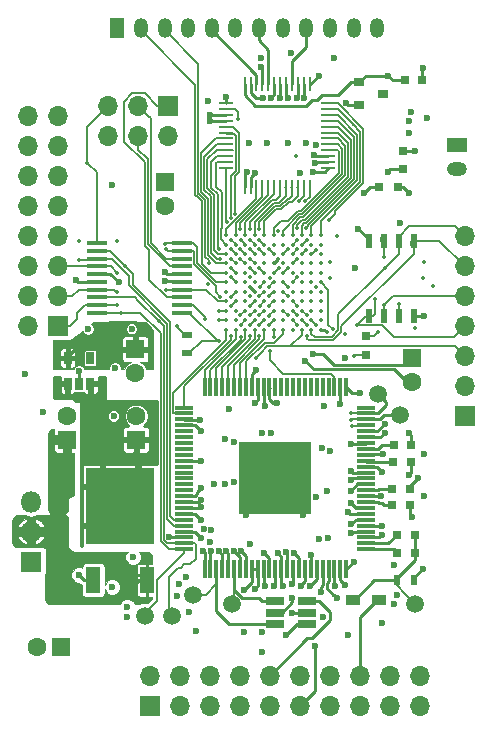
<source format=gtl>
G04 #@! TF.FileFunction,Copper,L1,Top,Signal*
%FSLAX46Y46*%
G04 Gerber Fmt 4.6, Leading zero omitted, Abs format (unit mm)*
G04 Created by KiCad (PCBNEW 4.0.5) date 07/19/18 22:11:56*
%MOMM*%
%LPD*%
G01*
G04 APERTURE LIST*
%ADD10C,0.100000*%
%ADD11R,1.200000X1.700000*%
%ADD12O,1.200000X1.700000*%
%ADD13R,1.750000X0.450000*%
%ADD14R,0.250000X1.300000*%
%ADD15R,1.300000X0.250000*%
%ADD16R,1.600000X1.600000*%
%ADD17C,1.600000*%
%ADD18R,0.800000X0.750000*%
%ADD19R,1.700000X1.700000*%
%ADD20O,1.700000X1.700000*%
%ADD21R,0.800000X0.800000*%
%ADD22R,1.200000X0.900000*%
%ADD23R,0.500000X0.900000*%
%ADD24R,0.900000X0.500000*%
%ADD25C,1.500000*%
%ADD26R,1.200000X2.200000*%
%ADD27R,5.800000X6.400000*%
%ADD28R,2.750000X3.050000*%
%ADD29R,0.650000X1.060000*%
%ADD30R,1.560000X0.650000*%
%ADD31R,1.500000X0.300000*%
%ADD32R,0.300000X1.500000*%
%ADD33R,6.200000X6.200000*%
%ADD34R,0.900000X0.800000*%
%ADD35R,0.508000X1.143000*%
%ADD36R,1.800000X1.800000*%
%ADD37O,1.800000X1.800000*%
%ADD38R,1.700000X1.200000*%
%ADD39O,1.700000X1.200000*%
%ADD40C,0.350000*%
%ADD41C,0.355600*%
%ADD42C,0.600000*%
%ADD43C,0.127000*%
%ADD44C,0.250000*%
%ADD45C,0.254000*%
G04 APERTURE END LIST*
D10*
D11*
X135066000Y-28956000D03*
D12*
X137066000Y-28956000D03*
X139066000Y-28956000D03*
X141066000Y-28956000D03*
X143066000Y-28956000D03*
X145066000Y-28956000D03*
X147066000Y-28956000D03*
X149066000Y-28956000D03*
X151066000Y-28956000D03*
X153066000Y-28956000D03*
X155066000Y-28956000D03*
X157066000Y-28956000D03*
D13*
X140506000Y-53090000D03*
X140506000Y-52440000D03*
X140506000Y-51790000D03*
X140506000Y-51140000D03*
X140506000Y-50490000D03*
X140506000Y-49840000D03*
X140506000Y-49190000D03*
X140506000Y-48540000D03*
X140506000Y-47890000D03*
X140506000Y-47240000D03*
X133306000Y-47240000D03*
X133306000Y-47890000D03*
X133306000Y-48540000D03*
X133306000Y-49190000D03*
X133306000Y-49840000D03*
X133306000Y-50490000D03*
X133306000Y-51140000D03*
X133306000Y-51790000D03*
X133306000Y-52440000D03*
X133306000Y-53090000D03*
D14*
X145840000Y-42450000D03*
X146340000Y-42450000D03*
X146840000Y-42450000D03*
X147340000Y-42450000D03*
X147840000Y-42450000D03*
X148340000Y-42450000D03*
X148840000Y-42450000D03*
X149340000Y-42450000D03*
X149840000Y-42450000D03*
X150340000Y-42450000D03*
X150840000Y-42450000D03*
X151340000Y-42450000D03*
D15*
X152940000Y-40850000D03*
X152940000Y-40350000D03*
X152940000Y-39850000D03*
X152940000Y-39350000D03*
X152940000Y-38850000D03*
X152940000Y-38350000D03*
X152940000Y-37850000D03*
X152940000Y-37350000D03*
X152940000Y-36850000D03*
X152940000Y-36350000D03*
X152940000Y-35850000D03*
X152940000Y-35350000D03*
D14*
X151340000Y-33750000D03*
X150840000Y-33750000D03*
X150340000Y-33750000D03*
X149840000Y-33750000D03*
X149340000Y-33750000D03*
X148840000Y-33750000D03*
X148340000Y-33750000D03*
X147840000Y-33750000D03*
X147340000Y-33750000D03*
X146840000Y-33750000D03*
X146340000Y-33750000D03*
X145840000Y-33750000D03*
D15*
X144240000Y-35350000D03*
X144240000Y-35850000D03*
X144240000Y-36350000D03*
X144240000Y-36850000D03*
X144240000Y-37350000D03*
X144240000Y-37850000D03*
X144240000Y-38350000D03*
X144240000Y-38850000D03*
X144240000Y-39350000D03*
X144240000Y-39850000D03*
X144240000Y-40350000D03*
X144240000Y-40850000D03*
D16*
X139065000Y-42069000D03*
D17*
X139065000Y-44069000D03*
D16*
X130302000Y-81407000D03*
D17*
X128302000Y-81407000D03*
D16*
X130810000Y-63849000D03*
D17*
X130810000Y-61849000D03*
D16*
X136652000Y-63849000D03*
D17*
X136652000Y-61849000D03*
D16*
X136588500Y-56197500D03*
D17*
X136588500Y-58197500D03*
D18*
X159829500Y-69405500D03*
X158329500Y-69405500D03*
X159817500Y-68008500D03*
X158317500Y-68008500D03*
X160262000Y-71882000D03*
X158762000Y-71882000D03*
X160262000Y-73406000D03*
X158762000Y-73406000D03*
X159944500Y-65722500D03*
X158444500Y-65722500D03*
X159956500Y-64325500D03*
X158456500Y-64325500D03*
X160897000Y-33401000D03*
X159397000Y-33401000D03*
D16*
X160020000Y-56928000D03*
D17*
X160020000Y-58928000D03*
D19*
X139382500Y-35560000D03*
D20*
X139382500Y-38100000D03*
X136842500Y-35560000D03*
X136842500Y-38100000D03*
X134302500Y-35560000D03*
X134302500Y-38100000D03*
D21*
X156083000Y-55080000D03*
X156083000Y-56680000D03*
D22*
X157203500Y-77406500D03*
X155003500Y-77406500D03*
D19*
X137795000Y-86360000D03*
D20*
X137795000Y-83820000D03*
X140335000Y-86360000D03*
X140335000Y-83820000D03*
X142875000Y-86360000D03*
X142875000Y-83820000D03*
X145415000Y-86360000D03*
X145415000Y-83820000D03*
X147955000Y-86360000D03*
X147955000Y-83820000D03*
X150495000Y-86360000D03*
X150495000Y-83820000D03*
X153035000Y-86360000D03*
X153035000Y-83820000D03*
X155575000Y-86360000D03*
X155575000Y-83820000D03*
X158115000Y-86360000D03*
X158115000Y-83820000D03*
X160655000Y-86360000D03*
X160655000Y-83820000D03*
D23*
X158710500Y-75755500D03*
X160210500Y-75755500D03*
D24*
X140970000Y-55015000D03*
X140970000Y-56515000D03*
D25*
X160274000Y-77724000D03*
X144780000Y-77724000D03*
X141478000Y-76962000D03*
X137414000Y-78740000D03*
X139700000Y-78740000D03*
D26*
X133044500Y-75755500D03*
X137604500Y-75755500D03*
D27*
X135324500Y-69455500D03*
D28*
X136849500Y-67780500D03*
X133799500Y-71130500D03*
X133799500Y-67780500D03*
X136849500Y-71130500D03*
D29*
X130876000Y-59139000D03*
X131826000Y-59139000D03*
X132776000Y-59139000D03*
X132776000Y-56939000D03*
X130876000Y-56939000D03*
D30*
X151083000Y-79436000D03*
X151083000Y-78486000D03*
X151083000Y-77536000D03*
X148383000Y-77536000D03*
X148383000Y-79436000D03*
X148383000Y-78486000D03*
D31*
X156146500Y-73135500D03*
X156146500Y-72635500D03*
X156146500Y-72135500D03*
X156146500Y-71635500D03*
X156146500Y-71135500D03*
X156146500Y-70635500D03*
X156146500Y-70135500D03*
X156146500Y-69635500D03*
X156146500Y-69135500D03*
X156146500Y-68635500D03*
X156146500Y-68135500D03*
X156146500Y-67635500D03*
X156146500Y-67135500D03*
X156146500Y-66635500D03*
X156146500Y-66135500D03*
X156146500Y-65635500D03*
X156146500Y-65135500D03*
X156146500Y-64635500D03*
X156146500Y-64135500D03*
X156146500Y-63635500D03*
X156146500Y-63135500D03*
X156146500Y-62635500D03*
X156146500Y-62135500D03*
X156146500Y-61635500D03*
X156146500Y-61135500D03*
D32*
X154446500Y-59435500D03*
X153946500Y-59435500D03*
X153446500Y-59435500D03*
X152946500Y-59435500D03*
X152446500Y-59435500D03*
X151946500Y-59435500D03*
X151446500Y-59435500D03*
X150946500Y-59435500D03*
X150446500Y-59435500D03*
X149946500Y-59435500D03*
X149446500Y-59435500D03*
X148946500Y-59435500D03*
X148446500Y-59435500D03*
X147946500Y-59435500D03*
X147446500Y-59435500D03*
X146946500Y-59435500D03*
X146446500Y-59435500D03*
X145946500Y-59435500D03*
X145446500Y-59435500D03*
X144946500Y-59435500D03*
X144446500Y-59435500D03*
X143946500Y-59435500D03*
X143446500Y-59435500D03*
X142946500Y-59435500D03*
X142446500Y-59435500D03*
D31*
X140746500Y-61135500D03*
X140746500Y-61635500D03*
X140746500Y-62135500D03*
X140746500Y-62635500D03*
X140746500Y-63135500D03*
X140746500Y-63635500D03*
X140746500Y-64135500D03*
X140746500Y-64635500D03*
X140746500Y-65135500D03*
X140746500Y-65635500D03*
X140746500Y-66135500D03*
X140746500Y-66635500D03*
X140746500Y-67135500D03*
X140746500Y-67635500D03*
X140746500Y-68135500D03*
X140746500Y-68635500D03*
X140746500Y-69135500D03*
X140746500Y-69635500D03*
X140746500Y-70135500D03*
X140746500Y-70635500D03*
X140746500Y-71135500D03*
X140746500Y-71635500D03*
X140746500Y-72135500D03*
X140746500Y-72635500D03*
X140746500Y-73135500D03*
D32*
X142446500Y-74835500D03*
X142946500Y-74835500D03*
X143446500Y-74835500D03*
X143946500Y-74835500D03*
X144446500Y-74835500D03*
X144946500Y-74835500D03*
X145446500Y-74835500D03*
X145946500Y-74835500D03*
X146446500Y-74835500D03*
X146946500Y-74835500D03*
X147446500Y-74835500D03*
X147946500Y-74835500D03*
X148446500Y-74835500D03*
X148946500Y-74835500D03*
X149446500Y-74835500D03*
X149946500Y-74835500D03*
X150446500Y-74835500D03*
X150946500Y-74835500D03*
X151446500Y-74835500D03*
X151946500Y-74835500D03*
X152446500Y-74835500D03*
X152946500Y-74835500D03*
X153446500Y-74835500D03*
X153946500Y-74835500D03*
X154446500Y-74835500D03*
D33*
X148446500Y-67135500D03*
D34*
X155527500Y-33594000D03*
X155527500Y-35494000D03*
X157527500Y-34544000D03*
D35*
X156337000Y-46990000D03*
X157607000Y-46990000D03*
X158877000Y-46990000D03*
X160147000Y-46990000D03*
X160147000Y-53340000D03*
X158877000Y-53340000D03*
X157607000Y-53340000D03*
X156337000Y-53340000D03*
D36*
X127762000Y-74168000D03*
D37*
X127762000Y-71628000D03*
X127762000Y-69088000D03*
D19*
X130048000Y-54229000D03*
D20*
X127508000Y-54229000D03*
X130048000Y-51689000D03*
X127508000Y-51689000D03*
X130048000Y-49149000D03*
X127508000Y-49149000D03*
X130048000Y-46609000D03*
X127508000Y-46609000D03*
X130048000Y-44069000D03*
X127508000Y-44069000D03*
X130048000Y-41529000D03*
X127508000Y-41529000D03*
X130048000Y-38989000D03*
X127508000Y-38989000D03*
X130048000Y-36449000D03*
X127508000Y-36449000D03*
D25*
X157099000Y-59944000D03*
X159004000Y-61722000D03*
D19*
X164465000Y-61849000D03*
D20*
X164465000Y-59309000D03*
X164465000Y-56769000D03*
X164465000Y-54229000D03*
X164465000Y-51689000D03*
X164465000Y-49149000D03*
X164465000Y-46609000D03*
D38*
X163830000Y-38894000D03*
D39*
X163830000Y-40894000D03*
D21*
X159258000Y-39370000D03*
X159258000Y-40970000D03*
X158788000Y-42418000D03*
X157188000Y-42418000D03*
D40*
X144298000Y-46533000D03*
X145098000Y-46533000D03*
X145898000Y-46533000D03*
X146698000Y-46533000D03*
X147498000Y-46533000D03*
X148298000Y-46533000D03*
X149098000Y-46533000D03*
X149898000Y-46533000D03*
X150698000Y-46533000D03*
X151498000Y-46533000D03*
X152298000Y-46533000D03*
X144298000Y-47333000D03*
X144298000Y-48133000D03*
X144298000Y-48933000D03*
X144298000Y-49733000D03*
X144298000Y-50533000D03*
X144298000Y-51333000D03*
X144298000Y-52133000D03*
X144298000Y-52933000D03*
X152298000Y-47333000D03*
X151498000Y-47333000D03*
X150698000Y-47333000D03*
X149898000Y-47333000D03*
X149098000Y-47333000D03*
X148298000Y-47333000D03*
X147498000Y-47333000D03*
X145098000Y-47333000D03*
X145898000Y-47333000D03*
X146698000Y-47333000D03*
X145098000Y-48133000D03*
X145898000Y-48133000D03*
X146698000Y-48133000D03*
X147498000Y-48133000D03*
X148298000Y-48133000D03*
X149098000Y-48133000D03*
X149898000Y-48133000D03*
X150698000Y-48133000D03*
X145098000Y-48933000D03*
X145898000Y-48933000D03*
X146698000Y-48933000D03*
X147498000Y-48933000D03*
X148298000Y-48933000D03*
X149098000Y-48933000D03*
X149898000Y-48933000D03*
X150698000Y-48933000D03*
X145098000Y-49733000D03*
X145898000Y-49733000D03*
X146698000Y-49733000D03*
X151498000Y-48133000D03*
X151498000Y-48933000D03*
X152298000Y-48133000D03*
X152298000Y-48933000D03*
X145098000Y-50533000D03*
X145898000Y-50533000D03*
X146698000Y-50533000D03*
X146698000Y-51333000D03*
X145898000Y-51333000D03*
X145098000Y-51333000D03*
X145098000Y-52133000D03*
X145898000Y-52133000D03*
X146698000Y-52133000D03*
X146698000Y-52933000D03*
X145898000Y-52933000D03*
X145098000Y-52933000D03*
X144298000Y-53733000D03*
X145098000Y-53733000D03*
X145898000Y-53733000D03*
X146698000Y-53733000D03*
X146698000Y-54533000D03*
X145898000Y-54533000D03*
X145098000Y-54533000D03*
X144298000Y-54533000D03*
X149898000Y-49733000D03*
X149098000Y-49733000D03*
X148298000Y-49733000D03*
X147498000Y-49733000D03*
X147498000Y-50533000D03*
X148298000Y-50533000D03*
X149098000Y-50533000D03*
X149898000Y-50533000D03*
X147498000Y-51333000D03*
X148298000Y-51333000D03*
X149098000Y-51333000D03*
X149898000Y-51333000D03*
X147498000Y-52133000D03*
X148298000Y-52133000D03*
X149098000Y-52133000D03*
X149898000Y-52133000D03*
X147498000Y-52933000D03*
X148298000Y-52933000D03*
X149098000Y-52933000D03*
X149898000Y-52933000D03*
X147498000Y-53733000D03*
X148298000Y-53733000D03*
X149098000Y-53733000D03*
X149898000Y-53733000D03*
X147498000Y-54533000D03*
X148298000Y-54533000D03*
X149098000Y-54533000D03*
X149898000Y-54533000D03*
X150698000Y-49733000D03*
X151498000Y-49733000D03*
X152298000Y-49733000D03*
X150698000Y-50533000D03*
X151498000Y-50533000D03*
X152298000Y-50533000D03*
X150698000Y-52933000D03*
X152298000Y-51333000D03*
X151498000Y-51333000D03*
X150698000Y-51333000D03*
X150698000Y-52133000D03*
X151498000Y-52133000D03*
X152298000Y-52133000D03*
X151498000Y-52933000D03*
X152298000Y-52933000D03*
X150698000Y-54533000D03*
X150698000Y-53733000D03*
X151498000Y-53733000D03*
X151498000Y-54533000D03*
X152298000Y-54533000D03*
X152298000Y-53733000D03*
D41*
X149513272Y-50932999D03*
X147110912Y-50903836D03*
X147891500Y-50927000D03*
X147891500Y-51689000D03*
X148717000Y-49339500D03*
X147117928Y-52495872D03*
X147096888Y-51718881D03*
X149505837Y-51725714D03*
X149479000Y-49339500D03*
D42*
X157988000Y-41148000D03*
X155956000Y-42926000D03*
X159004000Y-45466000D03*
X161036000Y-53340000D03*
X153416000Y-31496000D03*
X152146000Y-33020000D03*
X160909000Y-32385000D03*
D41*
X151892000Y-50927000D03*
X147955000Y-50165000D03*
X148698000Y-46148272D03*
X142733710Y-50687290D03*
X146298000Y-51717728D03*
X146298000Y-50117728D03*
X153035000Y-48768000D03*
X153035000Y-50165000D03*
D42*
X150495000Y-41275000D03*
X142748000Y-35179000D03*
X151862998Y-38862000D03*
X147193000Y-31496000D03*
X147193000Y-32258000D03*
X146727164Y-41232836D03*
X146050000Y-41148000D03*
X157480000Y-71882000D03*
X146812000Y-57912000D03*
X160909000Y-74803000D03*
D41*
X150195354Y-39832354D03*
X147082728Y-49332999D03*
D42*
X134747000Y-61849000D03*
X128778000Y-61468000D03*
X131826000Y-58039000D03*
X154559000Y-80391000D03*
X152486998Y-78867000D03*
X147320000Y-81788000D03*
X147320000Y-80137000D03*
X145796000Y-80137000D03*
X149860000Y-78486000D03*
X157480000Y-79375000D03*
X145923000Y-70231000D03*
X151892000Y-68707000D03*
X150749000Y-70231000D03*
X152908000Y-72136000D03*
X154813000Y-69215000D03*
X154813000Y-68199000D03*
X142113000Y-68961000D03*
X142113716Y-69591950D03*
X136398000Y-73787000D03*
X140843000Y-75438000D03*
X146304000Y-72644000D03*
X142113000Y-72136000D03*
X142113000Y-65659000D03*
X142113000Y-63119000D03*
X149987000Y-73406000D03*
X149860000Y-76073000D03*
X145542000Y-73279000D03*
X144907000Y-73279000D03*
X144272000Y-73279000D03*
X143637000Y-73279000D03*
X143002000Y-73279000D03*
X142349500Y-73279000D03*
X147574000Y-76200000D03*
X144145000Y-67564000D03*
X144907000Y-67437000D03*
X144907000Y-64008000D03*
X146558000Y-65278000D03*
X146558000Y-66548000D03*
X146558000Y-67818000D03*
X146558000Y-69088000D03*
X150368000Y-69088000D03*
X149098000Y-69088000D03*
X147828000Y-69088000D03*
X150368000Y-67818000D03*
X149098000Y-67818000D03*
X147828000Y-67818000D03*
X150368000Y-66548000D03*
X149098000Y-66548000D03*
X147828000Y-66548000D03*
X150368000Y-65278000D03*
X149098000Y-65278000D03*
X147828000Y-65278000D03*
X148082000Y-63246000D03*
X147320000Y-63246000D03*
X147574000Y-60960000D03*
X153924000Y-60833000D03*
X152527000Y-60960000D03*
X153035000Y-64770000D03*
X152781000Y-68199000D03*
X152400000Y-64516000D03*
X152146000Y-72263000D03*
X151384000Y-76200000D03*
X144526000Y-61214000D03*
X149377516Y-73403681D03*
X158496000Y-77724000D03*
X158740677Y-76971323D03*
X158496000Y-74422000D03*
X157480000Y-71120000D03*
X160020000Y-70358000D03*
X160528000Y-67056000D03*
X161036000Y-68580000D03*
X157480000Y-66548000D03*
X159766000Y-66802000D03*
X161036000Y-65024000D03*
X157734000Y-62484000D03*
X157734000Y-63246000D03*
X159766000Y-63246000D03*
X141172052Y-78434052D03*
X141732000Y-80010000D03*
X159766000Y-37846000D03*
X159766000Y-36830000D03*
D41*
X154349413Y-54888096D03*
X155067000Y-56769000D03*
D42*
X149733000Y-31115000D03*
X148116999Y-34925001D03*
X146177000Y-38735000D03*
X147701000Y-38735000D03*
X151003000Y-38735000D03*
X149479000Y-38735000D03*
X154432000Y-35306000D03*
X150241000Y-34925000D03*
X150876000Y-34925000D03*
X135890000Y-78867000D03*
X135890000Y-77978000D03*
X134620000Y-76327000D03*
D41*
X131826000Y-46990000D03*
X135001000Y-46990000D03*
D42*
X139065000Y-49691997D03*
X131572000Y-50292000D03*
X151701500Y-39751000D03*
X151828500Y-40386000D03*
X142938500Y-36830000D03*
X142938500Y-36322000D03*
X161290000Y-36576000D03*
X155448000Y-45974000D03*
D41*
X161798000Y-50800000D03*
D42*
X155194000Y-49276000D03*
D41*
X161036000Y-48768000D03*
X160909000Y-50165000D03*
X146290439Y-50940561D03*
X148699388Y-48531612D03*
D42*
X130048000Y-71628000D03*
X136187000Y-76454000D03*
X135173999Y-50535981D03*
X136271000Y-54461398D03*
X132588000Y-54483000D03*
X127254000Y-58293000D03*
D41*
X160274000Y-54356000D03*
X153670000Y-46609000D03*
X140081000Y-54229000D03*
D42*
X139065000Y-50419000D03*
D41*
X147882728Y-52533000D03*
X152781000Y-54737000D03*
X150299113Y-50118882D03*
X146282727Y-49333001D03*
D42*
X159893000Y-36068000D03*
X136144000Y-75311000D03*
X136849500Y-71130500D03*
X136849500Y-67930500D03*
X135324500Y-69455500D03*
X135324500Y-69455500D03*
X133799500Y-67930500D03*
X140280038Y-76073000D03*
X133799500Y-71130500D03*
X134112000Y-54991000D03*
X154305000Y-56896000D03*
X134620000Y-42291000D03*
D41*
X146298001Y-52548272D03*
X146299035Y-48518802D03*
X150269330Y-48545469D03*
X150313272Y-52533001D03*
D42*
X143002000Y-71501000D03*
X154876501Y-71755000D03*
X154876501Y-70993000D03*
X154559000Y-69977000D03*
X142875000Y-72517000D03*
X142367000Y-71374000D03*
X154876500Y-64198500D03*
X146685000Y-76454000D03*
X145796000Y-76581000D03*
X142113000Y-70612000D03*
X143256000Y-67564000D03*
X144145000Y-63754000D03*
X148590000Y-60706000D03*
X149860000Y-77216000D03*
X150656997Y-76200000D03*
X140081000Y-77089000D03*
X154876500Y-67246500D03*
X154876500Y-66484500D03*
X151447500Y-73596500D03*
X151638000Y-41148000D03*
X149479000Y-34925000D03*
X148844000Y-34925000D03*
X142113000Y-67945000D03*
X134874000Y-57785000D03*
X146685000Y-60706000D03*
X142049500Y-62166500D03*
X155638500Y-59880500D03*
X149352000Y-80391000D03*
X148653500Y-73469500D03*
X149098000Y-76200000D03*
X148336000Y-76200000D03*
X153479500Y-76263500D03*
X157543500Y-65087500D03*
X153660677Y-77225323D03*
X157416500Y-68643500D03*
X152273000Y-76708000D03*
X155065498Y-74231500D03*
X154368500Y-76136500D03*
X147510500Y-73469500D03*
X157988000Y-33020000D03*
X147389998Y-34925000D03*
X151638000Y-56615500D03*
D41*
X147898001Y-53348273D03*
D42*
X150993924Y-57167500D03*
D41*
X148336000Y-55118000D03*
X147897999Y-47717727D03*
X147083569Y-47733810D03*
X132524500Y-40386000D03*
X157099000Y-54737000D03*
X150313272Y-54133000D03*
X151892000Y-47752000D03*
X135064500Y-49720500D03*
X144682728Y-52533000D03*
X142494000Y-53594000D03*
X139192000Y-51181000D03*
X139193918Y-47709063D03*
X143764000Y-51741077D03*
X144705047Y-51741077D03*
X131826000Y-48641000D03*
X135716816Y-49153460D03*
X135064500Y-52451000D03*
X143637000Y-53721000D03*
X135001000Y-51371500D03*
X143637000Y-52933000D03*
X138557000Y-53802867D03*
X146812000Y-56896000D03*
X143637000Y-55483422D03*
X135382000Y-53090000D03*
X155328272Y-54148272D03*
X151897999Y-54148272D03*
X156845000Y-51943000D03*
D42*
X151765000Y-81280000D03*
D41*
X153308973Y-54524867D03*
X157607000Y-52451000D03*
X151113272Y-53332999D03*
X151098001Y-54148272D03*
X151129700Y-55054500D03*
X157734000Y-49276000D03*
X144698819Y-50118578D03*
X144697126Y-49318635D03*
X145482728Y-48533000D03*
X142786617Y-48892233D03*
D42*
X131826000Y-75311000D03*
X139477476Y-72078169D03*
X144272000Y-34798000D03*
D41*
X158877000Y-52324000D03*
X157607000Y-48387000D03*
X146282728Y-53333000D03*
X154940000Y-62674500D03*
X154876500Y-62166500D03*
X147082728Y-53332999D03*
X154813000Y-61595000D03*
X149484308Y-53334525D03*
X147961428Y-56330928D03*
X147898001Y-54148273D03*
X147090705Y-55093295D03*
X147090705Y-54140829D03*
X146298000Y-55112000D03*
X146298000Y-54148272D03*
X145497199Y-55136699D03*
X145497199Y-54147440D03*
X144716500Y-55054500D03*
X145484046Y-53334272D03*
X145478500Y-45974000D03*
X145498001Y-46917728D03*
X146304000Y-45974000D03*
X146304000Y-46926500D03*
X147082727Y-45990427D03*
X147082727Y-46932999D03*
X150427117Y-43667126D03*
X149513272Y-47733000D03*
X150933072Y-43681572D03*
X150299280Y-47746946D03*
X150304500Y-45910500D03*
X150304500Y-46926500D03*
X151066500Y-45910500D03*
X151113273Y-46932999D03*
X152971500Y-45275500D03*
X151066500Y-47752000D03*
X145041572Y-44711572D03*
X146282728Y-47733001D03*
X144660572Y-45092572D03*
X145490181Y-47740304D03*
X143732200Y-48533000D03*
X144682728Y-48533000D03*
X143700500Y-47688500D03*
X144690162Y-47725715D03*
X144319321Y-45433823D03*
X144698000Y-46917728D03*
X139065000Y-47244000D03*
X145288000Y-36703000D03*
D42*
X160274000Y-39370000D03*
X159766000Y-42926000D03*
D41*
X150313272Y-53333000D03*
D43*
X149098000Y-50533000D02*
X149113273Y-50533000D01*
X149113273Y-50533000D02*
X149513272Y-50932999D01*
X147498000Y-50533000D02*
X147481748Y-50533000D01*
X147481748Y-50533000D02*
X147110912Y-50903836D01*
X148298000Y-50533000D02*
X148285500Y-50533000D01*
X148285500Y-50533000D02*
X147891500Y-50927000D01*
X148298000Y-51333000D02*
X148247500Y-51333000D01*
X148247500Y-51333000D02*
X147891500Y-51689000D01*
X148298000Y-49733000D02*
X148323500Y-49733000D01*
X148323500Y-49733000D02*
X148717000Y-49339500D01*
X147498000Y-52133000D02*
X147480800Y-52133000D01*
X147480800Y-52133000D02*
X147117928Y-52495872D01*
X147498000Y-51333000D02*
X147482769Y-51333000D01*
X147482769Y-51333000D02*
X147096888Y-51718881D01*
X149098000Y-51333000D02*
X149113123Y-51333000D01*
X149113123Y-51333000D02*
X149505837Y-51725714D01*
X149098000Y-49733000D02*
X149098000Y-49720500D01*
X149098000Y-49720500D02*
X149479000Y-49339500D01*
D44*
X159258000Y-40970000D02*
X158166000Y-40970000D01*
X158166000Y-40970000D02*
X157988000Y-41148000D01*
X157188000Y-42418000D02*
X156464000Y-42418000D01*
X156464000Y-42418000D02*
X155956000Y-42926000D01*
X160147000Y-53340000D02*
X161036000Y-53340000D01*
X151340000Y-33750000D02*
X151416000Y-33750000D01*
X151416000Y-33750000D02*
X152146000Y-33020000D01*
X160897000Y-33401000D02*
X160897000Y-32397000D01*
X160897000Y-32397000D02*
X160909000Y-32385000D01*
X147340000Y-33750000D02*
X147340000Y-32405000D01*
X147340000Y-32405000D02*
X147193000Y-32258000D01*
X146340000Y-42450000D02*
X146340000Y-41620000D01*
X146340000Y-41620000D02*
X146727164Y-41232836D01*
X145840000Y-42450000D02*
X145840000Y-41358000D01*
X145840000Y-41358000D02*
X146050000Y-41148000D01*
X156146500Y-72135500D02*
X157226500Y-72135500D01*
X157226500Y-72135500D02*
X157480000Y-71882000D01*
X146446500Y-59435500D02*
X146446500Y-58277500D01*
X146446500Y-58277500D02*
X146812000Y-57912000D01*
X160210500Y-75755500D02*
X160210500Y-75501500D01*
X160210500Y-75501500D02*
X160909000Y-74803000D01*
D43*
X147482729Y-49733000D02*
X147082728Y-49332999D01*
D44*
X131826000Y-59139000D02*
X131826000Y-58039000D01*
X151083000Y-78486000D02*
X149860000Y-78486000D01*
X156146500Y-69635500D02*
X155233500Y-69635500D01*
X155233500Y-69635500D02*
X154813000Y-69215000D01*
X156146500Y-67635500D02*
X155376500Y-67635500D01*
X155376500Y-67635500D02*
X154813000Y-68199000D01*
X140746500Y-69135500D02*
X141938500Y-69135500D01*
X141938500Y-69135500D02*
X142113000Y-68961000D01*
X140746500Y-69635500D02*
X142070166Y-69635500D01*
X142070166Y-69635500D02*
X142113716Y-69591950D01*
X140746500Y-71635500D02*
X141612500Y-71635500D01*
X141612500Y-71635500D02*
X142113000Y-72136000D01*
X140746500Y-65635500D02*
X142089500Y-65635500D01*
X142089500Y-65635500D02*
X142113000Y-65659000D01*
X140746500Y-62635500D02*
X141629500Y-62635500D01*
X141629500Y-62635500D02*
X142113000Y-63119000D01*
X150446500Y-74835500D02*
X150446500Y-73865500D01*
X150446500Y-73865500D02*
X149987000Y-73406000D01*
X149946500Y-74835500D02*
X149946500Y-75986500D01*
X149946500Y-75986500D02*
X149860000Y-76073000D01*
X145946500Y-74835500D02*
X145946500Y-73683500D01*
X145946500Y-73683500D02*
X145542000Y-73279000D01*
X145446500Y-74835500D02*
X145446500Y-73818500D01*
X145446500Y-73818500D02*
X144907000Y-73279000D01*
X144446500Y-74835500D02*
X144446500Y-73453500D01*
X144446500Y-73453500D02*
X144272000Y-73279000D01*
X143946500Y-74835500D02*
X143946500Y-73588500D01*
X143946500Y-73588500D02*
X143637000Y-73279000D01*
X142946500Y-74835500D02*
X142946500Y-73334500D01*
X142946500Y-73334500D02*
X143002000Y-73279000D01*
X142446500Y-74835500D02*
X142446500Y-73376000D01*
X142446500Y-73376000D02*
X142349500Y-73279000D01*
X147446500Y-74835500D02*
X147446500Y-76072500D01*
X147446500Y-76072500D02*
X147574000Y-76200000D01*
X147446500Y-59435500D02*
X147446500Y-60832500D01*
X147446500Y-60832500D02*
X147574000Y-60960000D01*
X153946500Y-59435500D02*
X153946500Y-60810500D01*
X153946500Y-60810500D02*
X153924000Y-60833000D01*
X151946500Y-74835500D02*
X151946500Y-75637500D01*
X151946500Y-75637500D02*
X151384000Y-76200000D01*
X149446500Y-74835500D02*
X149446500Y-73472665D01*
X149446500Y-73472665D02*
X149377516Y-73403681D01*
X156956500Y-71135500D02*
X156972000Y-71120000D01*
X156972000Y-71120000D02*
X157480000Y-71120000D01*
X156146500Y-71135500D02*
X156956500Y-71135500D01*
X159829500Y-69405500D02*
X159829500Y-70167500D01*
X159829500Y-70167500D02*
X160020000Y-70358000D01*
X159817500Y-68008500D02*
X159817500Y-67766500D01*
X159817500Y-67766500D02*
X160528000Y-67056000D01*
X156146500Y-66135500D02*
X157067500Y-66135500D01*
X157067500Y-66135500D02*
X157480000Y-66548000D01*
X159944500Y-65722500D02*
X159944500Y-66623500D01*
X159944500Y-66623500D02*
X159766000Y-66802000D01*
X156146500Y-63135500D02*
X157082500Y-63135500D01*
X157082500Y-63135500D02*
X157734000Y-62484000D01*
X156146500Y-63635500D02*
X157344500Y-63635500D01*
X157344500Y-63635500D02*
X157734000Y-63246000D01*
X159956500Y-64325500D02*
X159956500Y-63436500D01*
X159956500Y-63436500D02*
X159766000Y-63246000D01*
D43*
X156083000Y-56680000D02*
X155156000Y-56680000D01*
X155156000Y-56680000D02*
X155067000Y-56769000D01*
D44*
X148340000Y-33750000D02*
X148340000Y-34650000D01*
X148340000Y-34650000D02*
X148116999Y-34873001D01*
X148116999Y-34873001D02*
X148116999Y-34925001D01*
X155527500Y-35494000D02*
X154620000Y-35494000D01*
X154620000Y-35494000D02*
X154432000Y-35306000D01*
X150340000Y-33750000D02*
X150340000Y-34826000D01*
X150340000Y-34826000D02*
X150241000Y-34925000D01*
X150840000Y-33750000D02*
X150840000Y-34889000D01*
X150840000Y-34889000D02*
X150876000Y-34925000D01*
X140506000Y-49840000D02*
X139213003Y-49840000D01*
X139213003Y-49840000D02*
X139065000Y-49691997D01*
X133306000Y-50490000D02*
X131770000Y-50490000D01*
X131770000Y-50490000D02*
X131572000Y-50292000D01*
X152940000Y-39850000D02*
X151800500Y-39850000D01*
X151800500Y-39850000D02*
X151701500Y-39751000D01*
X152940000Y-40350000D02*
X151864500Y-40350000D01*
X151864500Y-40350000D02*
X151828500Y-40386000D01*
X144240000Y-36850000D02*
X142958500Y-36850000D01*
X142958500Y-36850000D02*
X142938500Y-36830000D01*
X144240000Y-36350000D02*
X142966500Y-36350000D01*
X142966500Y-36350000D02*
X142938500Y-36322000D01*
D43*
X147498000Y-49733000D02*
X147482729Y-49733000D01*
D44*
X156337000Y-46990000D02*
X156337000Y-46863000D01*
X156337000Y-46863000D02*
X155448000Y-45974000D01*
X146698000Y-51333000D02*
X146682878Y-51333000D01*
X146682878Y-51333000D02*
X146290439Y-50940561D01*
X148298000Y-48933000D02*
X148699388Y-48531612D01*
X127254000Y-71628000D02*
X130048000Y-71628000D01*
X137604500Y-75755500D02*
X136885500Y-75755500D01*
X136885500Y-75755500D02*
X136187000Y-76454000D01*
X135844001Y-75011001D02*
X136144000Y-75311000D01*
X133306000Y-49840000D02*
X134478018Y-49840000D01*
X134478018Y-49840000D02*
X135173999Y-50535981D01*
D43*
X140970000Y-55015000D02*
X140770000Y-55015000D01*
X140770000Y-55015000D02*
X140081000Y-54326000D01*
X140081000Y-54326000D02*
X140081000Y-54229000D01*
D44*
X139065000Y-50419000D02*
X140435000Y-50419000D01*
X140435000Y-50419000D02*
X140506000Y-50490000D01*
D43*
X148298000Y-52133000D02*
X148282728Y-52133000D01*
X148282728Y-52133000D02*
X147882728Y-52533000D01*
D44*
X152298000Y-54533000D02*
X152577000Y-54533000D01*
X152577000Y-54533000D02*
X152781000Y-54737000D01*
D43*
X149898000Y-50533000D02*
X149898000Y-50519995D01*
X149898000Y-50519995D02*
X150299113Y-50118882D01*
X148298000Y-48933000D02*
X148298000Y-48916799D01*
X146698000Y-49733000D02*
X146682726Y-49733000D01*
X146682726Y-49733000D02*
X146282727Y-49333001D01*
X146698000Y-51333000D02*
X146698000Y-51348272D01*
D44*
X136144000Y-75311000D02*
X137160000Y-75311000D01*
X137160000Y-75311000D02*
X137604500Y-75755500D01*
X132116000Y-60579000D02*
X135386000Y-63849000D01*
X135386000Y-63849000D02*
X136652000Y-63849000D01*
X131536000Y-60579000D02*
X132116000Y-60579000D01*
X130876000Y-59919000D02*
X131536000Y-60579000D01*
X130876000Y-59139000D02*
X130876000Y-59919000D01*
X132776000Y-59919000D02*
X132776000Y-59139000D01*
X132116000Y-60579000D02*
X132776000Y-59919000D01*
X136652000Y-63849000D02*
X136652000Y-67583000D01*
X136652000Y-67583000D02*
X136849500Y-67780500D01*
X135324500Y-69455500D02*
X135324500Y-69605500D01*
X135324500Y-69605500D02*
X133799500Y-71130500D01*
X135324500Y-69455500D02*
X135324500Y-69305500D01*
X135324500Y-69305500D02*
X136849500Y-67780500D01*
X135324500Y-69605500D02*
X136849500Y-71130500D01*
D43*
X149898000Y-48916799D02*
X150269330Y-48545469D01*
X149898000Y-48933000D02*
X149898000Y-48916799D01*
D44*
X136588500Y-56197500D02*
X136588500Y-54960860D01*
X136823001Y-54196437D02*
X136535961Y-53909397D01*
X136588500Y-54960860D02*
X136823001Y-54726359D01*
X136823001Y-54726359D02*
X136823001Y-54196437D01*
X136535961Y-53909397D02*
X134480603Y-53909397D01*
X134480603Y-53909397D02*
X131451000Y-56939000D01*
X131451000Y-56939000D02*
X130876000Y-56939000D01*
X132238000Y-55372000D02*
X134112000Y-55372000D01*
X134112000Y-55372000D02*
X134713000Y-55372000D01*
D43*
X146698000Y-52148273D02*
X146298001Y-52548272D01*
X146698000Y-48933000D02*
X146698000Y-48917767D01*
X146698000Y-48917767D02*
X146299035Y-48518802D01*
X149898000Y-52133000D02*
X149913271Y-52133000D01*
X149913271Y-52133000D02*
X150313272Y-52533001D01*
X146698000Y-52133000D02*
X146698000Y-52148273D01*
D44*
X135538500Y-56197500D02*
X136588500Y-56197500D01*
X134713000Y-55372000D02*
X135538500Y-56197500D01*
X130876000Y-56939000D02*
X130876000Y-56734000D01*
X130876000Y-56734000D02*
X132238000Y-55372000D01*
X154876501Y-71755000D02*
X154996001Y-71635500D01*
X154996001Y-71635500D02*
X156146500Y-71635500D01*
X156146500Y-70635500D02*
X155234001Y-70635500D01*
X155234001Y-70635500D02*
X154876501Y-70993000D01*
X154559000Y-69977000D02*
X154717500Y-70135500D01*
X154717500Y-70135500D02*
X156146500Y-70135500D01*
X156106500Y-70675500D02*
X156146500Y-70635500D01*
X156114500Y-70167500D02*
X156146500Y-70135500D01*
X154876500Y-64198500D02*
X156083500Y-64198500D01*
X156083500Y-64198500D02*
X156146500Y-64135500D01*
X146946500Y-74835500D02*
X146946500Y-76192500D01*
X146946500Y-76192500D02*
X146685000Y-76454000D01*
X146446500Y-74835500D02*
X146446500Y-75930500D01*
X146446500Y-75930500D02*
X145796000Y-76581000D01*
X146446500Y-74835500D02*
X146946500Y-74835500D01*
X146494500Y-74787500D02*
X146446500Y-74835500D01*
X142113000Y-70612000D02*
X141636500Y-70135500D01*
X141636500Y-70135500D02*
X140746500Y-70135500D01*
X147946500Y-59435500D02*
X147946500Y-60435500D01*
X147946500Y-60435500D02*
X148217000Y-60706000D01*
X148217000Y-60706000D02*
X148590000Y-60706000D01*
X148018500Y-59507500D02*
X147946500Y-59435500D01*
X148383000Y-78486000D02*
X148991602Y-78486000D01*
X148991602Y-78486000D02*
X149860000Y-77617602D01*
X149860000Y-77617602D02*
X149860000Y-77216000D01*
X150656997Y-76200000D02*
X150656997Y-76125003D01*
X150656997Y-76125003D02*
X150946500Y-75835500D01*
X150946500Y-75835500D02*
X150946500Y-74835500D01*
X154876500Y-67246500D02*
X154987500Y-67135500D01*
X154987500Y-67135500D02*
X156146500Y-67135500D01*
X154876500Y-66484500D02*
X155027500Y-66635500D01*
X155027500Y-66635500D02*
X156146500Y-66635500D01*
X151447500Y-73596500D02*
X151447500Y-74834500D01*
X151447500Y-74834500D02*
X151446500Y-74835500D01*
X152940000Y-40850000D02*
X152642000Y-41148000D01*
X152642000Y-41148000D02*
X151638000Y-41148000D01*
X149340000Y-33750000D02*
X149340000Y-34786000D01*
X149340000Y-34786000D02*
X149479000Y-34925000D01*
X148840000Y-33750000D02*
X148840000Y-34921000D01*
X148840000Y-34921000D02*
X148844000Y-34925000D01*
X140746500Y-68635500D02*
X141600102Y-68635500D01*
X141600102Y-68635500D02*
X141813001Y-68422601D01*
X141813001Y-68422601D02*
X141813001Y-68244999D01*
X141813001Y-68244999D02*
X142113000Y-67945000D01*
X146946500Y-59435500D02*
X146946500Y-60444500D01*
X146946500Y-60444500D02*
X146685000Y-60706000D01*
X146939000Y-59780499D02*
X146946500Y-59772999D01*
X146946500Y-59772999D02*
X146946500Y-59435500D01*
X140754500Y-68643500D02*
X140746500Y-68635500D01*
X142049500Y-62166500D02*
X140777500Y-62166500D01*
X140777500Y-62166500D02*
X140746500Y-62135500D01*
X146875500Y-59506500D02*
X146946500Y-59435500D01*
X155638500Y-59880500D02*
X154891500Y-59880500D01*
X154891500Y-59880500D02*
X154446500Y-59435500D01*
X151083000Y-79436000D02*
X150307000Y-79436000D01*
X150307000Y-79436000D02*
X149352000Y-80391000D01*
X148653500Y-73469500D02*
X148946500Y-73762500D01*
X148946500Y-73762500D02*
X148946500Y-74835500D01*
X149098000Y-76200000D02*
X148946500Y-76048500D01*
X148946500Y-76048500D02*
X148946500Y-74835500D01*
X148446500Y-74835500D02*
X148446500Y-76089500D01*
X148446500Y-76089500D02*
X148336000Y-76200000D01*
X158329500Y-69405500D02*
X157679500Y-69405500D01*
X157244499Y-69233499D02*
X157146500Y-69135500D01*
X157679500Y-69405500D02*
X157507499Y-69233499D01*
X157507499Y-69233499D02*
X157244499Y-69233499D01*
X157146500Y-69135500D02*
X156146500Y-69135500D01*
X158317500Y-68008500D02*
X157667500Y-68008500D01*
X157667500Y-68008500D02*
X157638499Y-68037501D01*
X157146500Y-68135500D02*
X156146500Y-68135500D01*
X157638499Y-68037501D02*
X157244499Y-68037501D01*
X157244499Y-68037501D02*
X157146500Y-68135500D01*
X153446500Y-74835500D02*
X153446500Y-76230500D01*
X153446500Y-76230500D02*
X153479500Y-76263500D01*
D43*
X158710500Y-75755500D02*
X158710500Y-76160500D01*
X158710500Y-76160500D02*
X159524001Y-76974001D01*
X159524001Y-76974001D02*
X160274000Y-77724000D01*
D44*
X158710500Y-75755500D02*
X158710500Y-75555500D01*
X158710500Y-75555500D02*
X160262000Y-74004000D01*
X160262000Y-74004000D02*
X160262000Y-73406000D01*
X160262000Y-71882000D02*
X160262000Y-73406000D01*
X158710500Y-75755500D02*
X158710500Y-75465500D01*
X155003500Y-77406500D02*
X155153500Y-77406500D01*
X155153500Y-77406500D02*
X156804500Y-75755500D01*
X156804500Y-75755500D02*
X158210500Y-75755500D01*
X158210500Y-75755500D02*
X158710500Y-75755500D01*
X158762000Y-71882000D02*
X158737000Y-71882000D01*
X158737000Y-71882000D02*
X157983500Y-72635500D01*
X157983500Y-72635500D02*
X157146500Y-72635500D01*
X157146500Y-72635500D02*
X156146500Y-72635500D01*
X157543500Y-65087500D02*
X156194500Y-65087500D01*
X156194500Y-65087500D02*
X156146500Y-65135500D01*
X153416000Y-76980646D02*
X153660677Y-77225323D01*
X152823510Y-75958490D02*
X152823510Y-76441548D01*
X152823510Y-76441548D02*
X153362608Y-76980646D01*
X153362608Y-76980646D02*
X153416000Y-76980646D01*
X152946500Y-75835500D02*
X152823510Y-75958490D01*
X152946500Y-74835500D02*
X152946500Y-75835500D01*
X156146500Y-73135500D02*
X158491500Y-73135500D01*
X158491500Y-73135500D02*
X158762000Y-73406000D01*
X157416500Y-68643500D02*
X156154500Y-68643500D01*
X156154500Y-68643500D02*
X156146500Y-68635500D01*
X152446500Y-74835500D02*
X152446500Y-76153500D01*
X152446500Y-76153500D02*
X152273000Y-76327000D01*
X152273000Y-76327000D02*
X152273000Y-76708000D01*
X152375499Y-74906501D02*
X152446500Y-74835500D01*
X154446500Y-74835500D02*
X154461498Y-74835500D01*
X154461498Y-74835500D02*
X155065498Y-74231500D01*
X158444500Y-65722500D02*
X156233500Y-65722500D01*
X156233500Y-65722500D02*
X156146500Y-65635500D01*
X156146500Y-64635500D02*
X157146500Y-64635500D01*
X157146500Y-64635500D02*
X157456500Y-64325500D01*
X157456500Y-64325500D02*
X157806500Y-64325500D01*
X157806500Y-64325500D02*
X158456500Y-64325500D01*
X153946500Y-74835500D02*
X153946500Y-75714500D01*
X153946500Y-75714500D02*
X154368500Y-76136500D01*
X147510500Y-73469500D02*
X147946500Y-73905500D01*
X147946500Y-73905500D02*
X147946500Y-74835500D01*
X159397000Y-33401000D02*
X158369000Y-33401000D01*
X158369000Y-33401000D02*
X157988000Y-33020000D01*
X155527500Y-33594000D02*
X154827500Y-33594000D01*
X154827500Y-33594000D02*
X153769499Y-34652001D01*
X153769499Y-34652001D02*
X152409397Y-34652001D01*
X152409397Y-34652001D02*
X152009398Y-35052000D01*
X145840000Y-34650000D02*
X145840000Y-33750000D01*
X152009398Y-35052000D02*
X151565962Y-35052000D01*
X151057962Y-35560000D02*
X146750000Y-35560000D01*
X151565962Y-35052000D02*
X151057962Y-35560000D01*
X146750000Y-35560000D02*
X145840000Y-34650000D01*
X157988000Y-33020000D02*
X156101500Y-33020000D01*
X145859500Y-33769500D02*
X145840000Y-33750000D01*
X156101500Y-33020000D02*
X155527500Y-33594000D01*
X147389998Y-34925000D02*
X146786398Y-34925000D01*
X146786398Y-34925000D02*
X146340000Y-34478602D01*
X146340000Y-34478602D02*
X146340000Y-33750000D01*
X160147000Y-57531000D02*
X153398370Y-57531000D01*
X153398370Y-57531000D02*
X152482870Y-56615500D01*
X152482870Y-56615500D02*
X151638000Y-56615500D01*
D43*
X147898001Y-53348273D02*
X147898001Y-53332999D01*
X147898001Y-53332999D02*
X148298000Y-52933000D01*
D44*
X160147000Y-59531000D02*
X158524010Y-57908010D01*
X158524010Y-57908010D02*
X151734434Y-57908010D01*
X151734434Y-57908010D02*
X150993924Y-57167500D01*
X150993924Y-57289700D02*
X150993924Y-57167500D01*
D43*
X148298000Y-54533000D02*
X148298000Y-55080000D01*
X148298000Y-55080000D02*
X148336000Y-55118000D01*
X147897999Y-47717727D02*
X147897999Y-47732999D01*
X147897999Y-47732999D02*
X148298000Y-48133000D01*
X148298000Y-48133000D02*
X148282728Y-48133000D01*
X147083569Y-47733810D02*
X147098810Y-47733810D01*
X147098810Y-47733810D02*
X147498000Y-48133000D01*
X147498000Y-48133000D02*
X147482759Y-48133000D01*
X137374981Y-47420205D02*
X137374981Y-40346981D01*
X137374981Y-40346981D02*
X135636000Y-38608000D01*
X135636000Y-38608000D02*
X135636000Y-35226558D01*
X135636000Y-35226558D02*
X136343059Y-34519499D01*
X136343059Y-34519499D02*
X137364999Y-34519499D01*
X137364999Y-34519499D02*
X138405500Y-35560000D01*
X138405500Y-35560000D02*
X139382500Y-35560000D01*
X139255914Y-51790000D02*
X137757914Y-50292000D01*
X137757914Y-50292000D02*
X137757914Y-47803138D01*
X137757914Y-47803138D02*
X137374981Y-47420205D01*
X140506000Y-51790000D02*
X139255914Y-51790000D01*
X140506000Y-48540000D02*
X139218000Y-48540000D01*
X139218000Y-48540000D02*
X137883001Y-47205001D01*
X137883001Y-47205001D02*
X137883001Y-36600501D01*
X137883001Y-36600501D02*
X137692499Y-36409999D01*
X137692499Y-36409999D02*
X136842500Y-35560000D01*
X140506000Y-49190000D02*
X139504000Y-49190000D01*
X137628991Y-47314991D02*
X137628991Y-40005000D01*
X139504000Y-49190000D02*
X137628991Y-47314991D01*
X137628991Y-40005000D02*
X137545419Y-40005000D01*
X136842500Y-39302081D02*
X136842500Y-38100000D01*
X137545419Y-40005000D02*
X136842500Y-39302081D01*
X133306000Y-47240000D02*
X133306000Y-41167500D01*
X133306000Y-41167500D02*
X132524500Y-40386000D01*
X132524500Y-40386000D02*
X132524500Y-37338000D01*
X132524500Y-37338000D02*
X134302500Y-35560000D01*
X133306000Y-47240000D02*
X132656000Y-47240000D01*
X133223000Y-47157000D02*
X133306000Y-47240000D01*
X156083000Y-55080000D02*
X156756000Y-55080000D01*
X156756000Y-55080000D02*
X157099000Y-54737000D01*
X149913272Y-53733000D02*
X150313272Y-54133000D01*
X149898000Y-53733000D02*
X149913272Y-53733000D01*
X151498000Y-48133000D02*
X151511000Y-48133000D01*
X151511000Y-48133000D02*
X151892000Y-47752000D01*
X133306000Y-49190000D02*
X134534000Y-49190000D01*
X134534000Y-49190000D02*
X135064500Y-49720500D01*
X133306000Y-49190000D02*
X133328500Y-49212500D01*
X130048000Y-49149000D02*
X133265000Y-49149000D01*
X133265000Y-49149000D02*
X133306000Y-49190000D01*
X145082728Y-52133000D02*
X144682728Y-52533000D01*
X145098000Y-52133000D02*
X145082728Y-52133000D01*
X140506000Y-52440000D02*
X141508000Y-52440000D01*
X141508000Y-52440000D02*
X142494000Y-53426000D01*
X142494000Y-53426000D02*
X142494000Y-53594000D01*
X139192000Y-51181000D02*
X140465000Y-51181000D01*
X140465000Y-51181000D02*
X140506000Y-51140000D01*
X143574000Y-52133000D02*
X142581000Y-51140000D01*
X142581000Y-51140000D02*
X140506000Y-51140000D01*
X144298000Y-52133000D02*
X143574000Y-52133000D01*
X140506000Y-47890000D02*
X139374855Y-47890000D01*
X139374855Y-47890000D02*
X139193918Y-47709063D01*
X143764000Y-51741077D02*
X143394423Y-51371500D01*
X143394423Y-51371500D02*
X143394423Y-50827147D01*
X143394423Y-50827147D02*
X141571501Y-49004225D01*
X141571501Y-49004225D02*
X141571501Y-47953501D01*
X141571501Y-47953501D02*
X141508000Y-47890000D01*
X141508000Y-47890000D02*
X140506000Y-47890000D01*
X145098000Y-51333000D02*
X145098000Y-51348124D01*
X145098000Y-51348124D02*
X144705047Y-51741077D01*
X131826000Y-48641000D02*
X133205000Y-48641000D01*
X133205000Y-48641000D02*
X133306000Y-48540000D01*
X133306000Y-48540000D02*
X134582500Y-48540000D01*
X139297979Y-70563979D02*
X139869500Y-71135500D01*
X134582500Y-48540000D02*
X136017000Y-49974500D01*
X136017000Y-49974500D02*
X136017000Y-50742011D01*
X139869500Y-71135500D02*
X140746500Y-71135500D01*
X136017000Y-50742011D02*
X139297979Y-54022990D01*
X139297979Y-54022990D02*
X139297979Y-70563979D01*
X135716816Y-49153460D02*
X136370713Y-49807357D01*
X136370713Y-49807357D02*
X136370713Y-50736500D01*
X133306000Y-47890000D02*
X134453356Y-47890000D01*
X134453356Y-47890000D02*
X135539017Y-48975661D01*
X135539017Y-48975661D02*
X135716816Y-49153460D01*
X139551989Y-53917776D02*
X139551989Y-70317989D01*
X136370713Y-50736500D02*
X139551989Y-53917776D01*
X139551989Y-70317989D02*
X139869500Y-70635500D01*
X139869500Y-70635500D02*
X140746500Y-70635500D01*
X134620000Y-52451000D02*
X135064500Y-52451000D01*
X131635500Y-53618500D02*
X131635500Y-53108500D01*
X131635500Y-53108500D02*
X132304000Y-52440000D01*
X132304000Y-52440000D02*
X133306000Y-52440000D01*
X130048000Y-54229000D02*
X131025000Y-54229000D01*
X131025000Y-54229000D02*
X131635500Y-53618500D01*
X134620000Y-52451000D02*
X133317000Y-52451000D01*
X133317000Y-52451000D02*
X133306000Y-52440000D01*
X144298000Y-53733000D02*
X143649000Y-53733000D01*
X143649000Y-53733000D02*
X143637000Y-53721000D01*
X133306000Y-51140000D02*
X134782800Y-51140000D01*
X134782800Y-51140000D02*
X135064500Y-51421700D01*
X130048000Y-51689000D02*
X131250081Y-51689000D01*
X131250081Y-51689000D02*
X131799081Y-51140000D01*
X131799081Y-51140000D02*
X132304000Y-51140000D01*
X132304000Y-51140000D02*
X133306000Y-51140000D01*
X144298000Y-52933000D02*
X143637000Y-52933000D01*
X138986975Y-72009000D02*
X138986975Y-72313610D01*
X138557000Y-53802867D02*
X138811000Y-54056867D01*
X138986975Y-72009000D02*
X138986975Y-54232842D01*
X138986975Y-54232842D02*
X138811000Y-54056867D01*
X133306000Y-51790000D02*
X136544133Y-51790000D01*
X136544133Y-51790000D02*
X136842500Y-52088367D01*
X136842500Y-52088367D02*
X138557000Y-53802867D01*
X141732000Y-73914000D02*
X141237098Y-74408902D01*
X141732000Y-73914000D02*
X141732000Y-72744000D01*
X141732000Y-72744000D02*
X141623500Y-72635500D01*
X141623500Y-72635500D02*
X140746500Y-72635500D01*
X138986975Y-72313610D02*
X139308865Y-72635500D01*
X139308865Y-72635500D02*
X140746500Y-72635500D01*
X140208000Y-74676000D02*
X139446000Y-75438000D01*
X141237098Y-74408902D02*
X140716000Y-74408902D01*
X140716000Y-74408902D02*
X140448902Y-74676000D01*
X140448902Y-74676000D02*
X140208000Y-74676000D01*
X139446000Y-75438000D02*
X139446000Y-78740000D01*
X148844000Y-55962627D02*
X149352000Y-55962627D01*
X148336000Y-55962627D02*
X148844000Y-55962627D01*
X163615001Y-55919001D02*
X153416000Y-55919001D01*
X148844000Y-55962627D02*
X153372374Y-55962627D01*
X153372374Y-55962627D02*
X153416000Y-55919001D01*
X149352000Y-55962627D02*
X149687459Y-55962627D01*
X164465000Y-56769000D02*
X163615001Y-55919001D01*
X146812000Y-56896000D02*
X147193000Y-56515000D01*
X148336000Y-55962627D02*
X147745373Y-55962627D01*
X147745373Y-55962627D02*
X147193000Y-56515000D01*
X150698000Y-54952086D02*
X150698000Y-54886822D01*
X150698000Y-54886822D02*
X150698000Y-54533000D01*
X149687459Y-55962627D02*
X150698000Y-54952086D01*
X140970000Y-56515000D02*
X141170000Y-56515000D01*
X141170000Y-56515000D02*
X142201578Y-55483422D01*
X142201578Y-55483422D02*
X143637000Y-55483422D01*
X140506000Y-53090000D02*
X141156000Y-53090000D01*
X141156000Y-53090000D02*
X143549422Y-55483422D01*
X143549422Y-55483422D02*
X143637000Y-55483422D01*
X140746500Y-73135500D02*
X139449641Y-73135500D01*
X139449641Y-73135500D02*
X138732966Y-72418825D01*
X138732966Y-72418825D02*
X138732966Y-54807007D01*
X138732966Y-54807007D02*
X137015959Y-53090000D01*
X137015959Y-53090000D02*
X135382000Y-53090000D01*
X137160000Y-78740000D02*
X138395001Y-77504999D01*
X138395001Y-77504999D02*
X138395001Y-75763999D01*
X138395001Y-75763999D02*
X140746500Y-73412500D01*
X140746500Y-73412500D02*
X140746500Y-73135500D01*
X135382000Y-53090000D02*
X134308000Y-53090000D01*
X134308000Y-53090000D02*
X133306000Y-53090000D01*
X155328272Y-54148272D02*
X157480000Y-54148272D01*
X157480000Y-54148272D02*
X158449728Y-55118000D01*
X163615001Y-55078999D02*
X164465000Y-54229000D01*
X158449728Y-55118000D02*
X163576000Y-55118000D01*
X163576000Y-55118000D02*
X163615001Y-55078999D01*
X156845000Y-51943000D02*
X156845000Y-53213000D01*
X156718000Y-53340000D02*
X156337000Y-53340000D01*
X156845000Y-53213000D02*
X156718000Y-53340000D01*
X155328272Y-54148272D02*
X156136544Y-53340000D01*
X156136544Y-53340000D02*
X156337000Y-53340000D01*
X151897999Y-54148272D02*
X151897999Y-54132999D01*
X151897999Y-54132999D02*
X151498000Y-53733000D01*
D44*
X155575000Y-83820000D02*
X155575000Y-78885000D01*
X155575000Y-78885000D02*
X157053500Y-77406500D01*
X157053500Y-77406500D02*
X157203500Y-77406500D01*
X157416500Y-77619500D02*
X157203500Y-77406500D01*
X147955000Y-83820000D02*
X151130000Y-80645000D01*
X153038999Y-78461999D02*
X152113000Y-77536000D01*
X151130000Y-80645000D02*
X151525960Y-80645000D01*
X151525960Y-80645000D02*
X153038999Y-79131961D01*
X153038999Y-79131961D02*
X153038999Y-78461999D01*
X152113000Y-77536000D02*
X151083000Y-77536000D01*
X151765000Y-83058000D02*
X151765000Y-81280000D01*
X151765000Y-85090000D02*
X151765000Y-83058000D01*
X150495000Y-86360000D02*
X151765000Y-85090000D01*
D43*
X152298000Y-50533000D02*
X152908000Y-51143000D01*
X152908000Y-51143000D02*
X152908000Y-54123894D01*
X152908000Y-54123894D02*
X153308973Y-54524867D01*
X157607000Y-52451000D02*
X158369000Y-51689000D01*
X158369000Y-51689000D02*
X164465000Y-51689000D01*
X157607000Y-53340000D02*
X157607000Y-52451000D01*
X150713273Y-52933000D02*
X151113272Y-53332999D01*
X150698000Y-52933000D02*
X150713273Y-52933000D01*
X162306000Y-46990000D02*
X160147000Y-46990000D01*
X164465000Y-49149000D02*
X162306000Y-46990000D01*
X160147000Y-48095914D02*
X159982914Y-48260000D01*
X159982914Y-48260000D02*
X154025688Y-54217226D01*
X164465000Y-49149000D02*
X163615001Y-48299001D01*
X160147000Y-46990000D02*
X160147000Y-48095914D01*
X153302641Y-55435509D02*
X151259262Y-55435509D01*
X154025688Y-54217226D02*
X154025688Y-54712462D01*
X154025688Y-54712462D02*
X153302641Y-55435509D01*
X151259262Y-55435509D02*
X151129700Y-55305947D01*
X151129700Y-55305947D02*
X151129700Y-55054500D01*
X150698000Y-53748271D02*
X151098001Y-54148272D01*
X160210510Y-47476214D02*
X160210510Y-46990000D01*
X159956500Y-47371000D02*
X159956500Y-47053500D01*
X150698000Y-53733000D02*
X150698000Y-53748271D01*
X164465000Y-46609000D02*
X163615001Y-45759001D01*
X163615001Y-45759001D02*
X159790499Y-45759001D01*
X159790499Y-45759001D02*
X158877000Y-46672500D01*
X158877000Y-46672500D02*
X158877000Y-46990000D01*
X153771678Y-54607248D02*
X153771678Y-53238322D01*
X153771678Y-53238322D02*
X157556201Y-49453799D01*
X157556201Y-49453799D02*
X157734000Y-49276000D01*
X158877000Y-48133000D02*
X158877000Y-46990000D01*
X157734000Y-49276000D02*
X158877000Y-48133000D01*
X151498000Y-54886822D02*
X151498000Y-54533000D01*
X151765000Y-55153822D02*
X151498000Y-54886822D01*
X151765000Y-55168500D02*
X151765000Y-55153822D01*
X153210426Y-55168500D02*
X151765000Y-55168500D01*
X153771678Y-54607248D02*
X153210426Y-55168500D01*
X145098000Y-50533000D02*
X145098000Y-50517759D01*
X145098000Y-50517759D02*
X144698819Y-50118578D01*
X145098000Y-49733000D02*
X145098000Y-49719509D01*
X145098000Y-49719509D02*
X144697126Y-49318635D01*
X141668500Y-34062500D02*
X141668500Y-34290000D01*
X137066000Y-28956000D02*
X137066000Y-29206000D01*
X141668500Y-34290000D02*
X141668500Y-36322000D01*
X137066000Y-29206000D02*
X141668500Y-33808500D01*
X141668500Y-33808500D02*
X141668500Y-34290000D01*
X141668500Y-43116500D02*
X141668500Y-36322000D01*
X141668500Y-36322000D02*
X141668500Y-35750500D01*
X144298000Y-49733000D02*
X144285500Y-49720500D01*
X144285500Y-49720500D02*
X143006224Y-49720500D01*
X143006224Y-49720500D02*
X142239960Y-48954236D01*
X142239960Y-48954236D02*
X142239960Y-43684304D01*
X141858980Y-43303324D02*
X141855324Y-43303324D01*
X142239960Y-43684304D02*
X141858980Y-43303324D01*
X141855324Y-43303324D02*
X141668500Y-43116500D01*
X141922510Y-34290000D02*
X141922510Y-35052000D01*
X141922510Y-33957286D02*
X141922510Y-34290000D01*
X141922510Y-34290000D02*
X141922510Y-32062510D01*
X141922510Y-32062510D02*
X139066000Y-29206000D01*
X139066000Y-29206000D02*
X139066000Y-28956000D01*
X141922510Y-43011286D02*
X141922510Y-35052000D01*
X141922510Y-35052000D02*
X141922510Y-35003412D01*
X142786617Y-48892233D02*
X142786617Y-48640786D01*
X142786617Y-48640786D02*
X142493970Y-48348139D01*
X142493970Y-48348139D02*
X142493970Y-43579090D01*
X142493970Y-43579090D02*
X141964194Y-43049314D01*
X141964194Y-43049314D02*
X141960538Y-43049314D01*
X141960538Y-43049314D02*
X141922510Y-43011286D01*
X145882728Y-48933000D02*
X145482728Y-48533000D01*
X145898000Y-48933000D02*
X145882728Y-48933000D01*
X145898000Y-48933000D02*
X145897485Y-48933000D01*
D44*
X143066000Y-28956000D02*
X143066000Y-29206000D01*
X143066000Y-29206000D02*
X146840000Y-32980000D01*
X146840000Y-32980000D02*
X146840000Y-33750000D01*
X143066000Y-29210000D02*
X143066000Y-29460000D01*
X147066000Y-28956000D02*
X147066000Y-30056000D01*
X147066000Y-30056000D02*
X147840000Y-30830000D01*
X147840000Y-30830000D02*
X147840000Y-32850000D01*
X147840000Y-32850000D02*
X147840000Y-33750000D01*
X149840000Y-33750000D02*
X149840000Y-31824962D01*
X149840000Y-31824962D02*
X151066000Y-30598962D01*
X151066000Y-30598962D02*
X151066000Y-28956000D01*
X133044500Y-75755500D02*
X132270500Y-75755500D01*
X132270500Y-75755500D02*
X131826000Y-75311000D01*
X139477476Y-72078169D02*
X140689169Y-72078169D01*
X140689169Y-72078169D02*
X140746500Y-72135500D01*
X144240000Y-35350000D02*
X144240000Y-34830000D01*
X144240000Y-34830000D02*
X144272000Y-34798000D01*
D43*
X158877000Y-53340000D02*
X158877000Y-52575447D01*
X158877000Y-52575447D02*
X158877000Y-52324000D01*
X157353000Y-46672500D02*
X157353000Y-46990000D01*
X157607000Y-48387000D02*
X157607000Y-46990000D01*
D44*
X143446500Y-74835500D02*
X143446500Y-78359000D01*
X143446500Y-78359000D02*
X144523500Y-79436000D01*
X144523500Y-79436000D02*
X148383000Y-79436000D01*
D43*
X141478000Y-76962000D02*
X142538660Y-76962000D01*
X142538660Y-76962000D02*
X143446500Y-76054160D01*
X143446500Y-76054160D02*
X143446500Y-75712500D01*
X143446500Y-75712500D02*
X143446500Y-74835500D01*
D44*
X148383000Y-77536000D02*
X147353000Y-77536000D01*
X147353000Y-77536000D02*
X147033000Y-77216000D01*
X147033000Y-77216000D02*
X145614038Y-77216000D01*
X145614038Y-77216000D02*
X144946500Y-76548462D01*
X144946500Y-75350500D02*
X144946500Y-74835500D01*
X144946500Y-76548462D02*
X144946500Y-75350500D01*
D43*
X144946500Y-74835500D02*
X144946500Y-77557500D01*
X144946500Y-77557500D02*
X144780000Y-77724000D01*
X154940000Y-62674500D02*
X156107500Y-62674500D01*
X146682728Y-52933000D02*
X146282728Y-53333000D01*
X156107500Y-62674500D02*
X156146500Y-62635500D01*
X146698000Y-52933000D02*
X146682728Y-52933000D01*
D44*
X156146500Y-62135500D02*
X157265538Y-62135500D01*
X157265538Y-62135500D02*
X157679038Y-61722000D01*
X157679038Y-61722000D02*
X157943340Y-61722000D01*
X157943340Y-61722000D02*
X159004000Y-61722000D01*
D43*
X156146500Y-62135500D02*
X154907500Y-62135500D01*
X154907500Y-62135500D02*
X154876500Y-62166500D01*
X147498000Y-52933000D02*
X147482727Y-52933000D01*
X147482727Y-52933000D02*
X147082728Y-53332999D01*
D44*
X157099000Y-59944000D02*
X157848999Y-60693999D01*
X157848999Y-60693999D02*
X157848999Y-60933001D01*
X157848999Y-60933001D02*
X157146500Y-61635500D01*
X157146500Y-61635500D02*
X156146500Y-61635500D01*
D43*
X156146500Y-61635500D02*
X154853500Y-61635500D01*
X154853500Y-61635500D02*
X154813000Y-61595000D01*
X149098000Y-52948217D02*
X149484308Y-53334525D01*
X149098000Y-52933000D02*
X149098000Y-52948217D01*
X153446500Y-59435500D02*
X153446500Y-58558500D01*
X153446500Y-58558500D02*
X153181000Y-58293000D01*
X153181000Y-58293000D02*
X149110856Y-58293000D01*
X149110856Y-58293000D02*
X147961428Y-57143572D01*
X147961428Y-57143572D02*
X147961428Y-56330928D01*
X148298000Y-53733000D02*
X148298000Y-53748274D01*
X148298000Y-53748274D02*
X147898001Y-54148273D01*
X145946500Y-59435500D02*
X145946500Y-57207395D01*
X145946500Y-57207395D02*
X147527895Y-55626000D01*
X147527895Y-55626000D02*
X148358822Y-55626000D01*
X148358822Y-55626000D02*
X149098000Y-54886822D01*
X149098000Y-54886822D02*
X149098000Y-54533000D01*
X147498000Y-54533000D02*
X147498000Y-55296671D01*
X147498000Y-55296671D02*
X145446500Y-57348171D01*
X145446500Y-57348171D02*
X145446500Y-59435500D01*
X147090705Y-55093295D02*
X147090705Y-55344742D01*
X147090705Y-55344742D02*
X144946500Y-57488947D01*
X144946500Y-57488947D02*
X144946500Y-58558500D01*
X144946500Y-58558500D02*
X144946500Y-59435500D01*
X147498000Y-53733000D02*
X147498000Y-53733534D01*
X147498000Y-53733534D02*
X147090705Y-54140829D01*
X146698000Y-54533000D02*
X146698000Y-55322671D01*
X146698000Y-55322671D02*
X144446500Y-57574171D01*
X144446500Y-57574171D02*
X144446500Y-58558500D01*
X144446500Y-58558500D02*
X144446500Y-59435500D01*
X146298000Y-55112000D02*
X146298000Y-55363447D01*
X146298000Y-55363447D02*
X143946500Y-57714947D01*
X143946500Y-57714947D02*
X143946500Y-59435500D01*
X146698000Y-53733000D02*
X146698000Y-53748272D01*
X146698000Y-53748272D02*
X146298000Y-54148272D01*
X145898000Y-54533000D02*
X145898000Y-55346569D01*
X145898000Y-55346569D02*
X143446500Y-57798069D01*
X143446500Y-57798069D02*
X143446500Y-59435500D01*
X145497199Y-55136699D02*
X145497199Y-55388146D01*
X145497199Y-55388146D02*
X142946500Y-57938845D01*
X142946500Y-57938845D02*
X142946500Y-58558500D01*
X142946500Y-58558500D02*
X142946500Y-59435500D01*
X145898000Y-53733000D02*
X145898000Y-53746639D01*
X145898000Y-53746639D02*
X145497199Y-54147440D01*
X144920309Y-55492041D02*
X142446500Y-57965850D01*
X142446500Y-57965850D02*
X142446500Y-59435500D01*
X145098000Y-55308000D02*
X144920310Y-55485690D01*
X144920310Y-55485690D02*
X144920309Y-55492041D01*
X145098000Y-54533000D02*
X145098000Y-55308000D01*
X140746500Y-61135500D02*
X140746500Y-59306626D01*
X140746500Y-59306626D02*
X144666301Y-55386825D01*
X144666301Y-55386825D02*
X144666301Y-55380475D01*
X144666301Y-55380475D02*
X144716500Y-55330276D01*
X144716500Y-55330276D02*
X144716500Y-55305947D01*
X144716500Y-55305947D02*
X144716500Y-55054500D01*
X145885318Y-52933000D02*
X145484046Y-53334272D01*
X145898000Y-52933000D02*
X145885318Y-52933000D01*
X144298000Y-54533000D02*
X144298000Y-55395902D01*
X144298000Y-55395902D02*
X139805999Y-59887903D01*
X139805999Y-59887903D02*
X139805999Y-61571999D01*
X139805999Y-61571999D02*
X139869500Y-61635500D01*
X139869500Y-61635500D02*
X140746500Y-61635500D01*
X144298000Y-46533000D02*
X144298000Y-45976000D01*
X144298000Y-45976000D02*
X146840000Y-43434000D01*
X146840000Y-43434000D02*
X146840000Y-42450000D01*
X145098000Y-46533000D02*
X145098000Y-45535224D01*
X145098000Y-45535224D02*
X147340000Y-43293224D01*
X147340000Y-43293224D02*
X147340000Y-42450000D01*
X147840000Y-42450000D02*
X147840000Y-43152448D01*
X147840000Y-43152448D02*
X145478500Y-45513948D01*
X145478500Y-45513948D02*
X145478500Y-45722553D01*
X145478500Y-45722553D02*
X145478500Y-45974000D01*
X145898000Y-47333000D02*
X145898000Y-47317727D01*
X145898000Y-47317727D02*
X145498001Y-46917728D01*
X145898000Y-47333000D02*
X145882727Y-47333000D01*
X148340000Y-42450000D02*
X148340000Y-43011672D01*
X148340000Y-43011672D02*
X145898000Y-45453672D01*
X145898000Y-45453672D02*
X145898000Y-46533000D01*
X146304000Y-45974000D02*
X146304000Y-45406896D01*
X146304000Y-45406896D02*
X148147698Y-43563198D01*
X148147698Y-43563198D02*
X148503802Y-43563198D01*
X148503802Y-43563198D02*
X148840000Y-43227000D01*
X148840000Y-43227000D02*
X148840000Y-42450000D01*
X146698000Y-47320500D02*
X146304000Y-46926500D01*
X146698000Y-47333000D02*
X146682728Y-47333000D01*
X146698000Y-47333000D02*
X146698000Y-47320500D01*
X149340000Y-42450000D02*
X149340000Y-43227000D01*
X149340000Y-43227000D02*
X148749792Y-43817208D01*
X148749792Y-43817208D02*
X148312016Y-43817208D01*
X148312016Y-43817208D02*
X146698000Y-45431224D01*
X146698000Y-45431224D02*
X146698000Y-46533000D01*
X149288500Y-42501500D02*
X149340000Y-42450000D01*
X148417230Y-44071218D02*
X147256500Y-45231948D01*
X147082727Y-45990427D02*
X147082727Y-45405721D01*
X147082727Y-45405721D02*
X147256500Y-45231948D01*
X149840000Y-42450000D02*
X149840000Y-43227000D01*
X149840000Y-43227000D02*
X149619776Y-43447224D01*
X149619776Y-43447224D02*
X149479000Y-43447224D01*
X149479000Y-43447224D02*
X148855006Y-44071218D01*
X148855006Y-44071218D02*
X148417230Y-44071218D01*
X149796500Y-42493500D02*
X149840000Y-42450000D01*
X147498000Y-47333000D02*
X147482728Y-47333000D01*
X147482728Y-47333000D02*
X147082727Y-46932999D01*
X147498000Y-47333000D02*
X147498000Y-47317455D01*
X147498000Y-46533000D02*
X147498000Y-45349672D01*
X149584214Y-43701234D02*
X149865766Y-43701234D01*
X147498000Y-45349672D02*
X148522444Y-44325228D01*
X148522444Y-44325228D02*
X148960220Y-44325228D01*
X148960220Y-44325228D02*
X149584214Y-43701234D01*
X149865766Y-43701234D02*
X150340000Y-43227000D01*
X150340000Y-43227000D02*
X150340000Y-42450000D01*
X150304500Y-42485500D02*
X150340000Y-42450000D01*
X150427117Y-43667126D02*
X150604916Y-43489327D01*
X150604916Y-43489327D02*
X150604916Y-43462084D01*
X150604916Y-43462084D02*
X150840000Y-43227000D01*
X150840000Y-43227000D02*
X150840000Y-42450000D01*
X149098000Y-48133000D02*
X149113272Y-48133000D01*
X149113272Y-48133000D02*
X149513272Y-47733000D01*
X150933072Y-43681572D02*
X151340000Y-43274644D01*
X151340000Y-43274644D02*
X151340000Y-42450000D01*
X149898000Y-48133000D02*
X149913226Y-48133000D01*
X149913226Y-48133000D02*
X150299280Y-47746946D01*
X148298000Y-46533000D02*
X148298000Y-45948500D01*
X148298000Y-45948500D02*
X148907500Y-45339000D01*
X148907500Y-45339000D02*
X149546881Y-45339000D01*
X150609340Y-44526160D02*
X153860500Y-41275000D01*
X149546881Y-45339000D02*
X150359721Y-44526160D01*
X150359721Y-44526160D02*
X150609340Y-44526160D01*
X153860500Y-41275000D02*
X153860500Y-39493500D01*
X153860500Y-39493500D02*
X153717000Y-39350000D01*
X153717000Y-39350000D02*
X152940000Y-39350000D01*
X149098000Y-46533000D02*
X149098000Y-46147105D01*
X149098000Y-46147105D02*
X150464935Y-44780170D01*
X150464935Y-44780170D02*
X150714554Y-44780170D01*
X150714554Y-44780170D02*
X154114510Y-41380214D01*
X154114510Y-41380214D02*
X154114509Y-39247509D01*
X154114509Y-39247509D02*
X153717000Y-38850000D01*
X153717000Y-38850000D02*
X152940000Y-38850000D01*
X149898000Y-46533000D02*
X149898000Y-45706329D01*
X154368519Y-41485427D02*
X154368519Y-39001519D01*
X149898000Y-45706329D02*
X150570149Y-45034180D01*
X150570149Y-45034180D02*
X150819768Y-45034180D01*
X150819768Y-45034180D02*
X154368519Y-41485427D01*
X154368519Y-39001519D02*
X153717000Y-38350000D01*
X153717000Y-38350000D02*
X152940000Y-38350000D01*
X150304500Y-45910500D02*
X150304500Y-45659053D01*
X150675363Y-45288190D02*
X150924982Y-45288190D01*
X150304500Y-45659053D02*
X150675363Y-45288190D01*
X150924982Y-45288190D02*
X154622528Y-41590644D01*
X154622528Y-41590644D02*
X154622528Y-38755528D01*
X153717000Y-37850000D02*
X152940000Y-37850000D01*
X154622528Y-38755528D02*
X153717000Y-37850000D01*
X149898000Y-47333000D02*
X150304500Y-46926500D01*
X150698000Y-46037500D02*
X150698000Y-45732500D01*
X150698000Y-46533000D02*
X150698000Y-46037500D01*
X154876537Y-41695857D02*
X152249395Y-44323000D01*
X150698000Y-46037500D02*
X150698000Y-45733914D01*
X150698000Y-45733914D02*
X150889715Y-45542199D01*
X150889715Y-45542199D02*
X151030196Y-45542199D01*
X151030196Y-45542199D02*
X152249395Y-44323000D01*
X152940000Y-37350000D02*
X153717000Y-37350000D01*
X153717000Y-37350000D02*
X154876537Y-38509537D01*
X154876537Y-38509537D02*
X154876537Y-41695857D01*
X150698000Y-45732500D02*
X150685500Y-45720000D01*
X153174000Y-37350000D02*
X152940000Y-37350000D01*
X151066500Y-45910500D02*
X151244299Y-45732701D01*
X151244299Y-45732701D02*
X151244299Y-45687321D01*
X151244299Y-45687321D02*
X155130546Y-41801074D01*
X155130546Y-41801074D02*
X155130546Y-38263546D01*
X155130546Y-38263546D02*
X153717000Y-36850000D01*
X153717000Y-36850000D02*
X152940000Y-36850000D01*
X150698000Y-47333000D02*
X150713272Y-47333000D01*
X150713272Y-47333000D02*
X151113273Y-46932999D01*
X152940000Y-36350000D02*
X153717000Y-36350000D01*
X153717000Y-36350000D02*
X155384555Y-38017555D01*
X151498000Y-45792844D02*
X151498000Y-46533000D01*
X155384555Y-38017555D02*
X155384555Y-41906289D01*
X155384555Y-41906289D02*
X151498000Y-45792844D01*
X153717000Y-35850000D02*
X155003500Y-37136500D01*
X152298000Y-45352068D02*
X155638565Y-42011503D01*
X155003500Y-37136500D02*
X155050547Y-37183547D01*
X152298000Y-46533000D02*
X152298000Y-45352068D01*
X155638565Y-42011503D02*
X155638565Y-37771565D01*
X155638565Y-37771565D02*
X155003500Y-37136500D01*
X152940000Y-35850000D02*
X153717000Y-35850000D01*
X153495792Y-44513500D02*
X155892574Y-42116718D01*
X152971500Y-45275500D02*
X153495792Y-44751208D01*
X153495792Y-44751208D02*
X153495792Y-44513500D01*
X155892574Y-42116718D02*
X155892574Y-37525574D01*
X155892574Y-37525574D02*
X153717000Y-35350000D01*
X153717000Y-35350000D02*
X152940000Y-35350000D01*
X150698000Y-48133000D02*
X150698000Y-48120500D01*
X150698000Y-48120500D02*
X151066500Y-47752000D01*
X145041572Y-44711572D02*
X145041572Y-41525554D01*
X145041572Y-41525554D02*
X145395019Y-41172107D01*
X145395019Y-37887117D02*
X144857902Y-37350000D01*
X145395019Y-41172107D02*
X145395019Y-37887117D01*
X144857902Y-37350000D02*
X144240000Y-37350000D01*
X146698000Y-48133000D02*
X146682727Y-48133000D01*
X146682727Y-48133000D02*
X146282728Y-47733001D01*
X144660572Y-45092572D02*
X144660572Y-41547330D01*
X144660572Y-41547330D02*
X145141010Y-41066892D01*
X144363000Y-37973000D02*
X144240000Y-37850000D01*
X145141010Y-41066892D02*
X145141010Y-38133108D01*
X145141010Y-38133108D02*
X144980902Y-37973000D01*
X144980902Y-37973000D02*
X144363000Y-37973000D01*
X145898000Y-48133000D02*
X145882877Y-48133000D01*
X145882877Y-48133000D02*
X145490181Y-47740304D01*
X145898000Y-48133000D02*
X145898000Y-48117877D01*
X144298000Y-48933000D02*
X143458129Y-48933000D01*
X143458129Y-48933000D02*
X142747980Y-48222851D01*
X142747980Y-48222851D02*
X142747979Y-43473875D01*
X142747979Y-43473875D02*
X142176520Y-42902416D01*
X142176520Y-39560480D02*
X143387000Y-38350000D01*
X142176520Y-42902416D02*
X142176520Y-39560480D01*
X143387000Y-38350000D02*
X144240000Y-38350000D01*
X144240000Y-38850000D02*
X143463000Y-38850000D01*
X143463000Y-38850000D02*
X142811500Y-39501500D01*
X142811500Y-39501500D02*
X142807000Y-39501500D01*
X143001990Y-48054237D02*
X143480753Y-48533000D01*
X142807000Y-39501500D02*
X142430530Y-39877970D01*
X142430530Y-39877970D02*
X142430530Y-42672030D01*
X142430530Y-42672030D02*
X143001990Y-43243490D01*
X143001990Y-43243490D02*
X143001990Y-48054237D01*
X143480753Y-48533000D02*
X143732200Y-48533000D01*
X145098000Y-48933000D02*
X145082728Y-48933000D01*
X145082728Y-48933000D02*
X144682728Y-48533000D01*
X145098000Y-48933000D02*
X145080290Y-48933000D01*
X144298000Y-48133000D02*
X143599914Y-48133000D01*
X143599914Y-48133000D02*
X143256000Y-47789086D01*
X143256000Y-47789086D02*
X143256000Y-43116500D01*
X143256000Y-43116500D02*
X142684540Y-42545040D01*
X142684540Y-42545040D02*
X142684540Y-40128460D01*
X142684540Y-40128460D02*
X143463000Y-39350000D01*
X143463000Y-39350000D02*
X144240000Y-39350000D01*
X144887000Y-39350000D02*
X144240000Y-39350000D01*
X143700500Y-47688500D02*
X143573500Y-47561500D01*
X143573500Y-47561500D02*
X143573500Y-43074776D01*
X143573500Y-43074776D02*
X143002000Y-42503276D01*
X143002000Y-42503276D02*
X143002000Y-40311000D01*
X143002000Y-40311000D02*
X143463000Y-39850000D01*
X143463000Y-39850000D02*
X144240000Y-39850000D01*
X145097447Y-48133000D02*
X144690162Y-47725715D01*
X145098000Y-48133000D02*
X145097447Y-48133000D01*
X145098000Y-48133000D02*
X145098000Y-48117728D01*
X144298000Y-47333000D02*
X143857309Y-46892309D01*
X143891000Y-45910500D02*
X143891000Y-42909501D01*
X143857309Y-46892309D02*
X143857309Y-45944191D01*
X143857309Y-45944191D02*
X143891000Y-45910500D01*
X143891000Y-42909501D02*
X143399499Y-42418000D01*
X143399499Y-42418000D02*
X143399499Y-40413501D01*
X143399499Y-40413501D02*
X143463000Y-40350000D01*
X143463000Y-40350000D02*
X144240000Y-40350000D01*
X144240000Y-44005500D02*
X144240000Y-40850000D01*
X144319321Y-45386321D02*
X144240000Y-45307000D01*
X144240000Y-45307000D02*
X144240000Y-44005500D01*
X144319321Y-45433823D02*
X144319321Y-45386321D01*
X145098000Y-47333000D02*
X145098000Y-47317728D01*
X145098000Y-47317728D02*
X144698000Y-46917728D01*
X140506000Y-47240000D02*
X139069000Y-47240000D01*
X139069000Y-47240000D02*
X139065000Y-47244000D01*
X140506000Y-47240000D02*
X141508000Y-47240000D01*
X143459500Y-50533000D02*
X144298000Y-50533000D01*
X141508000Y-47240000D02*
X141825511Y-47557511D01*
X141825511Y-47557511D02*
X141825511Y-48899011D01*
X141825511Y-48899011D02*
X143459500Y-50533000D01*
X145288000Y-36703000D02*
X145288000Y-36121000D01*
X145288000Y-36121000D02*
X145017000Y-35850000D01*
X145017000Y-35850000D02*
X144240000Y-35850000D01*
D44*
X159258000Y-39370000D02*
X160274000Y-39370000D01*
X158788000Y-42418000D02*
X159258000Y-42418000D01*
X159258000Y-42418000D02*
X159766000Y-42926000D01*
D43*
X149898000Y-52933000D02*
X149913272Y-52933000D01*
X149913272Y-52933000D02*
X150313272Y-53333000D01*
D45*
G36*
X130170000Y-58916750D02*
X130265250Y-59012000D01*
X130749000Y-59012000D01*
X130749000Y-58992000D01*
X131003000Y-58992000D01*
X131003000Y-59012000D01*
X131023000Y-59012000D01*
X131023000Y-59266000D01*
X131003000Y-59266000D01*
X131003000Y-59954750D01*
X131098250Y-60050000D01*
X131276785Y-60050000D01*
X131416819Y-59991996D01*
X131484235Y-59924581D01*
X131501000Y-59927976D01*
X132151000Y-59927976D01*
X132167968Y-59924783D01*
X132235181Y-59991996D01*
X132375215Y-60050000D01*
X132553750Y-60050000D01*
X132649000Y-59954750D01*
X132649000Y-59266000D01*
X132903000Y-59266000D01*
X132903000Y-59954750D01*
X132998250Y-60050000D01*
X133176785Y-60050000D01*
X133316819Y-59991996D01*
X133423996Y-59884820D01*
X133482000Y-59744786D01*
X133482000Y-59361250D01*
X133386750Y-59266000D01*
X132903000Y-59266000D01*
X132649000Y-59266000D01*
X132629000Y-59266000D01*
X132629000Y-59012000D01*
X132649000Y-59012000D01*
X132649000Y-58992000D01*
X132903000Y-58992000D01*
X132903000Y-59012000D01*
X133386750Y-59012000D01*
X133482000Y-58916750D01*
X133482000Y-58547000D01*
X133985000Y-58547000D01*
X133985000Y-60452000D01*
X133995006Y-60501410D01*
X134023447Y-60543035D01*
X134065841Y-60570315D01*
X134112000Y-60579000D01*
X138415466Y-60579000D01*
X138415466Y-65922210D01*
X138300285Y-65874500D01*
X137071750Y-65874500D01*
X136976500Y-65969750D01*
X136976500Y-67653500D01*
X136996500Y-67653500D01*
X136996500Y-67907500D01*
X136976500Y-67907500D01*
X136976500Y-71003500D01*
X136996500Y-71003500D01*
X136996500Y-71257500D01*
X136976500Y-71257500D01*
X136976500Y-71277500D01*
X136722500Y-71277500D01*
X136722500Y-71257500D01*
X133926500Y-71257500D01*
X133926500Y-71277500D01*
X133672500Y-71277500D01*
X133672500Y-71257500D01*
X132138750Y-71257500D01*
X132043500Y-71352750D01*
X132043500Y-72731286D01*
X132093501Y-72852000D01*
X131953000Y-72852000D01*
X131953000Y-68002750D01*
X132043500Y-68002750D01*
X132043500Y-69381286D01*
X132074240Y-69455500D01*
X132043500Y-69529714D01*
X132043500Y-70908250D01*
X132138750Y-71003500D01*
X133672500Y-71003500D01*
X133672500Y-67907500D01*
X133926500Y-67907500D01*
X133926500Y-71003500D01*
X136722500Y-71003500D01*
X136722500Y-67907500D01*
X133926500Y-67907500D01*
X133672500Y-67907500D01*
X132138750Y-67907500D01*
X132043500Y-68002750D01*
X131953000Y-68002750D01*
X131953000Y-66179714D01*
X132043500Y-66179714D01*
X132043500Y-67558250D01*
X132138750Y-67653500D01*
X133672500Y-67653500D01*
X133672500Y-65969750D01*
X133926500Y-65969750D01*
X133926500Y-67653500D01*
X136722500Y-67653500D01*
X136722500Y-65969750D01*
X136627250Y-65874500D01*
X135398715Y-65874500D01*
X135324500Y-65905241D01*
X135250285Y-65874500D01*
X134021750Y-65874500D01*
X133926500Y-65969750D01*
X133672500Y-65969750D01*
X133577250Y-65874500D01*
X132348715Y-65874500D01*
X132208681Y-65932504D01*
X132101504Y-66039680D01*
X132043500Y-66179714D01*
X131953000Y-66179714D01*
X131953000Y-64071250D01*
X135471000Y-64071250D01*
X135471000Y-64724786D01*
X135529004Y-64864820D01*
X135636181Y-64971996D01*
X135776215Y-65030000D01*
X136429750Y-65030000D01*
X136525000Y-64934750D01*
X136525000Y-63976000D01*
X136779000Y-63976000D01*
X136779000Y-64934750D01*
X136874250Y-65030000D01*
X137527785Y-65030000D01*
X137667819Y-64971996D01*
X137774996Y-64864820D01*
X137833000Y-64724786D01*
X137833000Y-64071250D01*
X137737750Y-63976000D01*
X136779000Y-63976000D01*
X136525000Y-63976000D01*
X135566250Y-63976000D01*
X135471000Y-64071250D01*
X131953000Y-64071250D01*
X131953000Y-62973214D01*
X135471000Y-62973214D01*
X135471000Y-63626750D01*
X135566250Y-63722000D01*
X136525000Y-63722000D01*
X136525000Y-63702000D01*
X136779000Y-63702000D01*
X136779000Y-63722000D01*
X137737750Y-63722000D01*
X137833000Y-63626750D01*
X137833000Y-62973214D01*
X137774996Y-62833180D01*
X137667819Y-62726004D01*
X137527785Y-62668000D01*
X137323453Y-62668000D01*
X137545017Y-62446823D01*
X137705817Y-62059573D01*
X137706182Y-61640266D01*
X137546059Y-61252737D01*
X137249823Y-60955983D01*
X136862573Y-60795183D01*
X136443266Y-60794818D01*
X136055737Y-60954941D01*
X135758983Y-61251177D01*
X135598183Y-61638427D01*
X135597818Y-62057734D01*
X135757941Y-62445263D01*
X135980289Y-62668000D01*
X135776215Y-62668000D01*
X135636181Y-62726004D01*
X135529004Y-62833180D01*
X135471000Y-62973214D01*
X131953000Y-62973214D01*
X131953000Y-61958714D01*
X134192904Y-61958714D01*
X134277067Y-62162406D01*
X134432774Y-62318385D01*
X134636319Y-62402904D01*
X134856714Y-62403096D01*
X135060406Y-62318933D01*
X135216385Y-62163226D01*
X135300904Y-61959681D01*
X135301096Y-61739286D01*
X135216933Y-61535594D01*
X135061226Y-61379615D01*
X134857681Y-61295096D01*
X134637286Y-61294904D01*
X134433594Y-61379067D01*
X134277615Y-61534774D01*
X134193096Y-61738319D01*
X134192904Y-61958714D01*
X131953000Y-61958714D01*
X131953000Y-60452000D01*
X131942994Y-60402590D01*
X131914553Y-60360965D01*
X131872159Y-60333685D01*
X131826000Y-60325000D01*
X129667000Y-60325000D01*
X129667000Y-59361250D01*
X130170000Y-59361250D01*
X130170000Y-59744786D01*
X130228004Y-59884820D01*
X130335181Y-59991996D01*
X130475215Y-60050000D01*
X130653750Y-60050000D01*
X130749000Y-59954750D01*
X130749000Y-59266000D01*
X130265250Y-59266000D01*
X130170000Y-59361250D01*
X129667000Y-59361250D01*
X129667000Y-58547000D01*
X130170000Y-58547000D01*
X130170000Y-58916750D01*
X130170000Y-58916750D01*
G37*
X130170000Y-58916750D02*
X130265250Y-59012000D01*
X130749000Y-59012000D01*
X130749000Y-58992000D01*
X131003000Y-58992000D01*
X131003000Y-59012000D01*
X131023000Y-59012000D01*
X131023000Y-59266000D01*
X131003000Y-59266000D01*
X131003000Y-59954750D01*
X131098250Y-60050000D01*
X131276785Y-60050000D01*
X131416819Y-59991996D01*
X131484235Y-59924581D01*
X131501000Y-59927976D01*
X132151000Y-59927976D01*
X132167968Y-59924783D01*
X132235181Y-59991996D01*
X132375215Y-60050000D01*
X132553750Y-60050000D01*
X132649000Y-59954750D01*
X132649000Y-59266000D01*
X132903000Y-59266000D01*
X132903000Y-59954750D01*
X132998250Y-60050000D01*
X133176785Y-60050000D01*
X133316819Y-59991996D01*
X133423996Y-59884820D01*
X133482000Y-59744786D01*
X133482000Y-59361250D01*
X133386750Y-59266000D01*
X132903000Y-59266000D01*
X132649000Y-59266000D01*
X132629000Y-59266000D01*
X132629000Y-59012000D01*
X132649000Y-59012000D01*
X132649000Y-58992000D01*
X132903000Y-58992000D01*
X132903000Y-59012000D01*
X133386750Y-59012000D01*
X133482000Y-58916750D01*
X133482000Y-58547000D01*
X133985000Y-58547000D01*
X133985000Y-60452000D01*
X133995006Y-60501410D01*
X134023447Y-60543035D01*
X134065841Y-60570315D01*
X134112000Y-60579000D01*
X138415466Y-60579000D01*
X138415466Y-65922210D01*
X138300285Y-65874500D01*
X137071750Y-65874500D01*
X136976500Y-65969750D01*
X136976500Y-67653500D01*
X136996500Y-67653500D01*
X136996500Y-67907500D01*
X136976500Y-67907500D01*
X136976500Y-71003500D01*
X136996500Y-71003500D01*
X136996500Y-71257500D01*
X136976500Y-71257500D01*
X136976500Y-71277500D01*
X136722500Y-71277500D01*
X136722500Y-71257500D01*
X133926500Y-71257500D01*
X133926500Y-71277500D01*
X133672500Y-71277500D01*
X133672500Y-71257500D01*
X132138750Y-71257500D01*
X132043500Y-71352750D01*
X132043500Y-72731286D01*
X132093501Y-72852000D01*
X131953000Y-72852000D01*
X131953000Y-68002750D01*
X132043500Y-68002750D01*
X132043500Y-69381286D01*
X132074240Y-69455500D01*
X132043500Y-69529714D01*
X132043500Y-70908250D01*
X132138750Y-71003500D01*
X133672500Y-71003500D01*
X133672500Y-67907500D01*
X133926500Y-67907500D01*
X133926500Y-71003500D01*
X136722500Y-71003500D01*
X136722500Y-67907500D01*
X133926500Y-67907500D01*
X133672500Y-67907500D01*
X132138750Y-67907500D01*
X132043500Y-68002750D01*
X131953000Y-68002750D01*
X131953000Y-66179714D01*
X132043500Y-66179714D01*
X132043500Y-67558250D01*
X132138750Y-67653500D01*
X133672500Y-67653500D01*
X133672500Y-65969750D01*
X133926500Y-65969750D01*
X133926500Y-67653500D01*
X136722500Y-67653500D01*
X136722500Y-65969750D01*
X136627250Y-65874500D01*
X135398715Y-65874500D01*
X135324500Y-65905241D01*
X135250285Y-65874500D01*
X134021750Y-65874500D01*
X133926500Y-65969750D01*
X133672500Y-65969750D01*
X133577250Y-65874500D01*
X132348715Y-65874500D01*
X132208681Y-65932504D01*
X132101504Y-66039680D01*
X132043500Y-66179714D01*
X131953000Y-66179714D01*
X131953000Y-64071250D01*
X135471000Y-64071250D01*
X135471000Y-64724786D01*
X135529004Y-64864820D01*
X135636181Y-64971996D01*
X135776215Y-65030000D01*
X136429750Y-65030000D01*
X136525000Y-64934750D01*
X136525000Y-63976000D01*
X136779000Y-63976000D01*
X136779000Y-64934750D01*
X136874250Y-65030000D01*
X137527785Y-65030000D01*
X137667819Y-64971996D01*
X137774996Y-64864820D01*
X137833000Y-64724786D01*
X137833000Y-64071250D01*
X137737750Y-63976000D01*
X136779000Y-63976000D01*
X136525000Y-63976000D01*
X135566250Y-63976000D01*
X135471000Y-64071250D01*
X131953000Y-64071250D01*
X131953000Y-62973214D01*
X135471000Y-62973214D01*
X135471000Y-63626750D01*
X135566250Y-63722000D01*
X136525000Y-63722000D01*
X136525000Y-63702000D01*
X136779000Y-63702000D01*
X136779000Y-63722000D01*
X137737750Y-63722000D01*
X137833000Y-63626750D01*
X137833000Y-62973214D01*
X137774996Y-62833180D01*
X137667819Y-62726004D01*
X137527785Y-62668000D01*
X137323453Y-62668000D01*
X137545017Y-62446823D01*
X137705817Y-62059573D01*
X137706182Y-61640266D01*
X137546059Y-61252737D01*
X137249823Y-60955983D01*
X136862573Y-60795183D01*
X136443266Y-60794818D01*
X136055737Y-60954941D01*
X135758983Y-61251177D01*
X135598183Y-61638427D01*
X135597818Y-62057734D01*
X135757941Y-62445263D01*
X135980289Y-62668000D01*
X135776215Y-62668000D01*
X135636181Y-62726004D01*
X135529004Y-62833180D01*
X135471000Y-62973214D01*
X131953000Y-62973214D01*
X131953000Y-61958714D01*
X134192904Y-61958714D01*
X134277067Y-62162406D01*
X134432774Y-62318385D01*
X134636319Y-62402904D01*
X134856714Y-62403096D01*
X135060406Y-62318933D01*
X135216385Y-62163226D01*
X135300904Y-61959681D01*
X135301096Y-61739286D01*
X135216933Y-61535594D01*
X135061226Y-61379615D01*
X134857681Y-61295096D01*
X134637286Y-61294904D01*
X134433594Y-61379067D01*
X134277615Y-61534774D01*
X134193096Y-61738319D01*
X134192904Y-61958714D01*
X131953000Y-61958714D01*
X131953000Y-60452000D01*
X131942994Y-60402590D01*
X131914553Y-60360965D01*
X131872159Y-60333685D01*
X131826000Y-60325000D01*
X129667000Y-60325000D01*
X129667000Y-59361250D01*
X130170000Y-59361250D01*
X130170000Y-59744786D01*
X130228004Y-59884820D01*
X130335181Y-59991996D01*
X130475215Y-60050000D01*
X130653750Y-60050000D01*
X130749000Y-59954750D01*
X130749000Y-59266000D01*
X130265250Y-59266000D01*
X130170000Y-59361250D01*
X129667000Y-59361250D01*
X129667000Y-58547000D01*
X130170000Y-58547000D01*
X130170000Y-58916750D01*
D10*
G36*
X138126000Y-54540159D02*
X138126000Y-57862000D01*
X137506991Y-57862000D01*
X137417244Y-57644797D01*
X137142649Y-57369722D01*
X136978351Y-57301500D01*
X137448970Y-57301500D01*
X137560702Y-57255219D01*
X137646219Y-57169702D01*
X137692500Y-57057969D01*
X137692500Y-56477500D01*
X137616500Y-56401500D01*
X136792500Y-56401500D01*
X136792500Y-56421500D01*
X136384500Y-56421500D01*
X136384500Y-56401500D01*
X135560500Y-56401500D01*
X135484500Y-56477500D01*
X135484500Y-57057969D01*
X135530781Y-57169702D01*
X135616298Y-57255219D01*
X135728030Y-57301500D01*
X136198569Y-57301500D01*
X136035797Y-57368756D01*
X135760722Y-57643351D01*
X135669931Y-57862000D01*
X135350933Y-57862000D01*
X135351083Y-57690535D01*
X135278617Y-57515154D01*
X135144552Y-57380855D01*
X134969297Y-57308083D01*
X134779535Y-57307917D01*
X134604154Y-57380383D01*
X134469855Y-57514448D01*
X134397083Y-57689703D01*
X134396932Y-57862000D01*
X132268980Y-57862000D01*
X132230617Y-57769154D01*
X132096552Y-57634855D01*
X131921297Y-57562083D01*
X131731535Y-57561917D01*
X131556154Y-57634383D01*
X131421855Y-57768448D01*
X131383009Y-57862000D01*
X129590000Y-57862000D01*
X129590000Y-57219000D01*
X130247000Y-57219000D01*
X130247000Y-57529469D01*
X130293281Y-57641202D01*
X130378798Y-57726719D01*
X130490530Y-57773000D01*
X130637500Y-57773000D01*
X130713500Y-57697000D01*
X130713500Y-57143000D01*
X131038500Y-57143000D01*
X131038500Y-57697000D01*
X131114500Y-57773000D01*
X131261470Y-57773000D01*
X131373202Y-57726719D01*
X131458719Y-57641202D01*
X131505000Y-57529469D01*
X131505000Y-57219000D01*
X131429000Y-57143000D01*
X131038500Y-57143000D01*
X130713500Y-57143000D01*
X130323000Y-57143000D01*
X130247000Y-57219000D01*
X129590000Y-57219000D01*
X129590000Y-56348531D01*
X130247000Y-56348531D01*
X130247000Y-56659000D01*
X130323000Y-56735000D01*
X130713500Y-56735000D01*
X130713500Y-56181000D01*
X131038500Y-56181000D01*
X131038500Y-56735000D01*
X131429000Y-56735000D01*
X131505000Y-56659000D01*
X131505000Y-56409000D01*
X132270533Y-56409000D01*
X132270533Y-57469000D01*
X132282875Y-57534592D01*
X132321640Y-57594834D01*
X132380788Y-57635249D01*
X132451000Y-57649467D01*
X133101000Y-57649467D01*
X133166592Y-57637125D01*
X133226834Y-57598360D01*
X133267249Y-57539212D01*
X133281467Y-57469000D01*
X133281467Y-56409000D01*
X133269125Y-56343408D01*
X133230360Y-56283166D01*
X133171212Y-56242751D01*
X133101000Y-56228533D01*
X132451000Y-56228533D01*
X132385408Y-56240875D01*
X132325166Y-56279640D01*
X132284751Y-56338788D01*
X132270533Y-56409000D01*
X131505000Y-56409000D01*
X131505000Y-56348531D01*
X131458719Y-56236798D01*
X131373202Y-56151281D01*
X131261470Y-56105000D01*
X131114500Y-56105000D01*
X131038500Y-56181000D01*
X130713500Y-56181000D01*
X130637500Y-56105000D01*
X130490530Y-56105000D01*
X130378798Y-56151281D01*
X130293281Y-56236798D01*
X130247000Y-56348531D01*
X129590000Y-56348531D01*
X129590000Y-55422000D01*
X131064000Y-55422000D01*
X131083453Y-55418061D01*
X131094000Y-55412000D01*
X131193958Y-55337031D01*
X135484500Y-55337031D01*
X135484500Y-55917500D01*
X135560500Y-55993500D01*
X136384500Y-55993500D01*
X136384500Y-55169500D01*
X136792500Y-55169500D01*
X136792500Y-55993500D01*
X137616500Y-55993500D01*
X137692500Y-55917500D01*
X137692500Y-55337031D01*
X137646219Y-55225298D01*
X137560702Y-55139781D01*
X137448970Y-55093500D01*
X136868500Y-55093500D01*
X136792500Y-55169500D01*
X136384500Y-55169500D01*
X136308500Y-55093500D01*
X135728030Y-55093500D01*
X135616298Y-55139781D01*
X135530781Y-55225298D01*
X135484500Y-55337031D01*
X131193958Y-55337031D01*
X132133580Y-54632315D01*
X132183383Y-54752846D01*
X132317448Y-54887145D01*
X132492703Y-54959917D01*
X132682465Y-54960083D01*
X132857846Y-54887617D01*
X132992145Y-54753552D01*
X133064917Y-54578297D01*
X133064936Y-54555863D01*
X135793917Y-54555863D01*
X135866383Y-54731244D01*
X136000448Y-54865543D01*
X136175703Y-54938315D01*
X136365465Y-54938481D01*
X136540846Y-54866015D01*
X136675145Y-54731950D01*
X136747917Y-54556695D01*
X136748083Y-54366933D01*
X136675617Y-54191552D01*
X136541552Y-54057253D01*
X136366297Y-53984481D01*
X136176535Y-53984315D01*
X136001154Y-54056781D01*
X135866855Y-54190846D01*
X135794083Y-54366101D01*
X135793917Y-54555863D01*
X133064936Y-54555863D01*
X133065083Y-54388535D01*
X132992617Y-54213154D01*
X132864107Y-54084420D01*
X133112667Y-53898000D01*
X137483841Y-53898000D01*
X138126000Y-54540159D01*
X138126000Y-54540159D01*
G37*
X138126000Y-54540159D02*
X138126000Y-57862000D01*
X137506991Y-57862000D01*
X137417244Y-57644797D01*
X137142649Y-57369722D01*
X136978351Y-57301500D01*
X137448970Y-57301500D01*
X137560702Y-57255219D01*
X137646219Y-57169702D01*
X137692500Y-57057969D01*
X137692500Y-56477500D01*
X137616500Y-56401500D01*
X136792500Y-56401500D01*
X136792500Y-56421500D01*
X136384500Y-56421500D01*
X136384500Y-56401500D01*
X135560500Y-56401500D01*
X135484500Y-56477500D01*
X135484500Y-57057969D01*
X135530781Y-57169702D01*
X135616298Y-57255219D01*
X135728030Y-57301500D01*
X136198569Y-57301500D01*
X136035797Y-57368756D01*
X135760722Y-57643351D01*
X135669931Y-57862000D01*
X135350933Y-57862000D01*
X135351083Y-57690535D01*
X135278617Y-57515154D01*
X135144552Y-57380855D01*
X134969297Y-57308083D01*
X134779535Y-57307917D01*
X134604154Y-57380383D01*
X134469855Y-57514448D01*
X134397083Y-57689703D01*
X134396932Y-57862000D01*
X132268980Y-57862000D01*
X132230617Y-57769154D01*
X132096552Y-57634855D01*
X131921297Y-57562083D01*
X131731535Y-57561917D01*
X131556154Y-57634383D01*
X131421855Y-57768448D01*
X131383009Y-57862000D01*
X129590000Y-57862000D01*
X129590000Y-57219000D01*
X130247000Y-57219000D01*
X130247000Y-57529469D01*
X130293281Y-57641202D01*
X130378798Y-57726719D01*
X130490530Y-57773000D01*
X130637500Y-57773000D01*
X130713500Y-57697000D01*
X130713500Y-57143000D01*
X131038500Y-57143000D01*
X131038500Y-57697000D01*
X131114500Y-57773000D01*
X131261470Y-57773000D01*
X131373202Y-57726719D01*
X131458719Y-57641202D01*
X131505000Y-57529469D01*
X131505000Y-57219000D01*
X131429000Y-57143000D01*
X131038500Y-57143000D01*
X130713500Y-57143000D01*
X130323000Y-57143000D01*
X130247000Y-57219000D01*
X129590000Y-57219000D01*
X129590000Y-56348531D01*
X130247000Y-56348531D01*
X130247000Y-56659000D01*
X130323000Y-56735000D01*
X130713500Y-56735000D01*
X130713500Y-56181000D01*
X131038500Y-56181000D01*
X131038500Y-56735000D01*
X131429000Y-56735000D01*
X131505000Y-56659000D01*
X131505000Y-56409000D01*
X132270533Y-56409000D01*
X132270533Y-57469000D01*
X132282875Y-57534592D01*
X132321640Y-57594834D01*
X132380788Y-57635249D01*
X132451000Y-57649467D01*
X133101000Y-57649467D01*
X133166592Y-57637125D01*
X133226834Y-57598360D01*
X133267249Y-57539212D01*
X133281467Y-57469000D01*
X133281467Y-56409000D01*
X133269125Y-56343408D01*
X133230360Y-56283166D01*
X133171212Y-56242751D01*
X133101000Y-56228533D01*
X132451000Y-56228533D01*
X132385408Y-56240875D01*
X132325166Y-56279640D01*
X132284751Y-56338788D01*
X132270533Y-56409000D01*
X131505000Y-56409000D01*
X131505000Y-56348531D01*
X131458719Y-56236798D01*
X131373202Y-56151281D01*
X131261470Y-56105000D01*
X131114500Y-56105000D01*
X131038500Y-56181000D01*
X130713500Y-56181000D01*
X130637500Y-56105000D01*
X130490530Y-56105000D01*
X130378798Y-56151281D01*
X130293281Y-56236798D01*
X130247000Y-56348531D01*
X129590000Y-56348531D01*
X129590000Y-55422000D01*
X131064000Y-55422000D01*
X131083453Y-55418061D01*
X131094000Y-55412000D01*
X131193958Y-55337031D01*
X135484500Y-55337031D01*
X135484500Y-55917500D01*
X135560500Y-55993500D01*
X136384500Y-55993500D01*
X136384500Y-55169500D01*
X136792500Y-55169500D01*
X136792500Y-55993500D01*
X137616500Y-55993500D01*
X137692500Y-55917500D01*
X137692500Y-55337031D01*
X137646219Y-55225298D01*
X137560702Y-55139781D01*
X137448970Y-55093500D01*
X136868500Y-55093500D01*
X136792500Y-55169500D01*
X136384500Y-55169500D01*
X136308500Y-55093500D01*
X135728030Y-55093500D01*
X135616298Y-55139781D01*
X135530781Y-55225298D01*
X135484500Y-55337031D01*
X131193958Y-55337031D01*
X132133580Y-54632315D01*
X132183383Y-54752846D01*
X132317448Y-54887145D01*
X132492703Y-54959917D01*
X132682465Y-54960083D01*
X132857846Y-54887617D01*
X132992145Y-54753552D01*
X133064917Y-54578297D01*
X133064936Y-54555863D01*
X135793917Y-54555863D01*
X135866383Y-54731244D01*
X136000448Y-54865543D01*
X136175703Y-54938315D01*
X136365465Y-54938481D01*
X136540846Y-54866015D01*
X136675145Y-54731950D01*
X136747917Y-54556695D01*
X136748083Y-54366933D01*
X136675617Y-54191552D01*
X136541552Y-54057253D01*
X136366297Y-53984481D01*
X136176535Y-53984315D01*
X136001154Y-54056781D01*
X135866855Y-54190846D01*
X135794083Y-54366101D01*
X135793917Y-54555863D01*
X133064936Y-54555863D01*
X133065083Y-54388535D01*
X132992617Y-54213154D01*
X132864107Y-54084420D01*
X133112667Y-53898000D01*
X137483841Y-53898000D01*
X138126000Y-54540159D01*
G36*
X129706000Y-62988531D02*
X129706000Y-63423000D01*
X129782000Y-63499000D01*
X130460000Y-63499000D01*
X130460000Y-63479000D01*
X131160000Y-63479000D01*
X131160000Y-63499000D01*
X131180000Y-63499000D01*
X131180000Y-64199000D01*
X131160000Y-64199000D01*
X131160000Y-64877000D01*
X131236000Y-64953000D01*
X131395000Y-64953000D01*
X131395000Y-68448076D01*
X131378566Y-68530693D01*
X131334557Y-68596557D01*
X131268693Y-68640566D01*
X131084043Y-68677296D01*
X131066019Y-68684762D01*
X130983616Y-68739822D01*
X130969822Y-68753616D01*
X130914762Y-68836019D01*
X130907296Y-68854043D01*
X130887961Y-68951245D01*
X130887000Y-68961000D01*
X130887000Y-69726077D01*
X130851841Y-69902832D01*
X130754505Y-70048505D01*
X130608832Y-70145841D01*
X130432077Y-70181000D01*
X129663923Y-70181000D01*
X129487168Y-70145841D01*
X129341495Y-70048505D01*
X129244159Y-69902832D01*
X129209000Y-69726077D01*
X129209000Y-64275000D01*
X129706000Y-64275000D01*
X129706000Y-64709469D01*
X129752281Y-64821202D01*
X129837798Y-64906719D01*
X129949530Y-64953000D01*
X130384000Y-64953000D01*
X130460000Y-64877000D01*
X130460000Y-64199000D01*
X129782000Y-64199000D01*
X129706000Y-64275000D01*
X129209000Y-64275000D01*
X129209000Y-63369923D01*
X129244159Y-63193168D01*
X129341495Y-63047495D01*
X129487168Y-62950159D01*
X129663923Y-62915000D01*
X129736457Y-62915000D01*
X129706000Y-62988531D01*
X129706000Y-62988531D01*
G37*
X129706000Y-62988531D02*
X129706000Y-63423000D01*
X129782000Y-63499000D01*
X130460000Y-63499000D01*
X130460000Y-63479000D01*
X131160000Y-63479000D01*
X131160000Y-63499000D01*
X131180000Y-63499000D01*
X131180000Y-64199000D01*
X131160000Y-64199000D01*
X131160000Y-64877000D01*
X131236000Y-64953000D01*
X131395000Y-64953000D01*
X131395000Y-68448076D01*
X131378566Y-68530693D01*
X131334557Y-68596557D01*
X131268693Y-68640566D01*
X131084043Y-68677296D01*
X131066019Y-68684762D01*
X130983616Y-68739822D01*
X130969822Y-68753616D01*
X130914762Y-68836019D01*
X130907296Y-68854043D01*
X130887961Y-68951245D01*
X130887000Y-68961000D01*
X130887000Y-69726077D01*
X130851841Y-69902832D01*
X130754505Y-70048505D01*
X130608832Y-70145841D01*
X130432077Y-70181000D01*
X129663923Y-70181000D01*
X129487168Y-70145841D01*
X129341495Y-70048505D01*
X129244159Y-69902832D01*
X129209000Y-69726077D01*
X129209000Y-64275000D01*
X129706000Y-64275000D01*
X129706000Y-64709469D01*
X129752281Y-64821202D01*
X129837798Y-64906719D01*
X129949530Y-64953000D01*
X130384000Y-64953000D01*
X130460000Y-64877000D01*
X130460000Y-64199000D01*
X129782000Y-64199000D01*
X129706000Y-64275000D01*
X129209000Y-64275000D01*
X129209000Y-63369923D01*
X129244159Y-63193168D01*
X129341495Y-63047495D01*
X129487168Y-62950159D01*
X129663923Y-62915000D01*
X129736457Y-62915000D01*
X129706000Y-62988531D01*
G36*
X130566833Y-70187141D02*
X130695355Y-70249672D01*
X130797735Y-70349394D01*
X130863626Y-70476226D01*
X130887000Y-70621334D01*
X130887000Y-72779000D01*
X130887961Y-72788754D01*
X130926021Y-72980096D01*
X130933487Y-72998121D01*
X131041874Y-73160332D01*
X131055668Y-73174126D01*
X131217879Y-73282513D01*
X131235904Y-73289979D01*
X131427246Y-73328039D01*
X131437000Y-73329000D01*
X135936758Y-73329000D01*
X135847278Y-73418324D01*
X135748113Y-73657140D01*
X135747888Y-73915726D01*
X135846636Y-74154714D01*
X136029324Y-74337722D01*
X136268140Y-74436887D01*
X136526726Y-74437112D01*
X136765714Y-74338364D01*
X136948722Y-74155676D01*
X137047887Y-73916860D01*
X137048112Y-73658274D01*
X136949364Y-73419286D01*
X136859236Y-73329000D01*
X137544077Y-73329000D01*
X137720832Y-73364159D01*
X137866505Y-73461495D01*
X137963841Y-73607168D01*
X137999000Y-73783923D01*
X137999000Y-74351500D01*
X137757500Y-74351500D01*
X137681500Y-74427500D01*
X137681500Y-75678500D01*
X137701500Y-75678500D01*
X137701500Y-75832500D01*
X137681500Y-75832500D01*
X137681500Y-77083500D01*
X137757500Y-77159500D01*
X137981501Y-77159500D01*
X137981501Y-77333721D01*
X137662922Y-77652300D01*
X137633763Y-77640192D01*
X137196156Y-77639810D01*
X136806046Y-77801000D01*
X136520166Y-77801000D01*
X136441364Y-77610286D01*
X136258676Y-77427278D01*
X136019860Y-77328113D01*
X135761274Y-77327888D01*
X135522286Y-77426636D01*
X135339278Y-77609324D01*
X135259687Y-77801000D01*
X129409923Y-77801000D01*
X129233168Y-77765841D01*
X129087495Y-77668505D01*
X128990159Y-77522832D01*
X128955000Y-77346077D01*
X128955000Y-75439726D01*
X131175888Y-75439726D01*
X131274636Y-75678714D01*
X131457324Y-75861722D01*
X131696140Y-75960887D01*
X131804229Y-75960981D01*
X131934624Y-76091376D01*
X132087644Y-76193621D01*
X132087644Y-76855500D01*
X132112049Y-76985202D01*
X132188703Y-77104325D01*
X132305663Y-77184241D01*
X132444500Y-77212356D01*
X133644500Y-77212356D01*
X133774202Y-77187951D01*
X133893325Y-77111297D01*
X133973241Y-76994337D01*
X134001356Y-76855500D01*
X134001356Y-76531884D01*
X134068636Y-76694714D01*
X134251324Y-76877722D01*
X134490140Y-76976887D01*
X134748726Y-76977112D01*
X134987714Y-76878364D01*
X135170722Y-76695676D01*
X135269887Y-76456860D01*
X135270112Y-76198274D01*
X135171364Y-75959286D01*
X135120667Y-75908500D01*
X136700500Y-75908500D01*
X136700500Y-76915969D01*
X136746781Y-77027702D01*
X136832298Y-77113219D01*
X136944030Y-77159500D01*
X137451500Y-77159500D01*
X137527500Y-77083500D01*
X137527500Y-75832500D01*
X136776500Y-75832500D01*
X136700500Y-75908500D01*
X135120667Y-75908500D01*
X134988676Y-75776278D01*
X134749860Y-75677113D01*
X134491274Y-75676888D01*
X134252286Y-75775636D01*
X134069278Y-75958324D01*
X134001356Y-76121898D01*
X134001356Y-74655500D01*
X133989979Y-74595031D01*
X136700500Y-74595031D01*
X136700500Y-75602500D01*
X136776500Y-75678500D01*
X137527500Y-75678500D01*
X137527500Y-74427500D01*
X137451500Y-74351500D01*
X136944030Y-74351500D01*
X136832298Y-74397781D01*
X136746781Y-74483298D01*
X136700500Y-74595031D01*
X133989979Y-74595031D01*
X133976951Y-74525798D01*
X133900297Y-74406675D01*
X133783337Y-74326759D01*
X133644500Y-74298644D01*
X132444500Y-74298644D01*
X132314798Y-74323049D01*
X132195675Y-74399703D01*
X132115759Y-74516663D01*
X132087644Y-74655500D01*
X132087644Y-74715834D01*
X131955860Y-74661113D01*
X131697274Y-74660888D01*
X131458286Y-74759636D01*
X131275278Y-74942324D01*
X131176113Y-75181140D01*
X131175888Y-75439726D01*
X128955000Y-75439726D01*
X128955000Y-75259145D01*
X128990741Y-75206837D01*
X129018856Y-75068000D01*
X129018856Y-73268000D01*
X128994451Y-73138298D01*
X128917797Y-73019175D01*
X128800837Y-72939259D01*
X128662000Y-72911144D01*
X126862000Y-72911144D01*
X126732298Y-72935549D01*
X126670990Y-72975000D01*
X126615923Y-72975000D01*
X126439168Y-72939841D01*
X126293495Y-72842505D01*
X126196159Y-72696832D01*
X126161000Y-72520077D01*
X126161000Y-72153910D01*
X126678897Y-72153910D01*
X126962600Y-72528363D01*
X127236096Y-72711070D01*
X127412000Y-72700326D01*
X127412000Y-71978000D01*
X128112000Y-71978000D01*
X128112000Y-72700326D01*
X128287904Y-72711070D01*
X128561400Y-72528363D01*
X128845103Y-72153910D01*
X128838039Y-71978000D01*
X128112000Y-71978000D01*
X127412000Y-71978000D01*
X126685961Y-71978000D01*
X126678897Y-72153910D01*
X126161000Y-72153910D01*
X126161000Y-71102090D01*
X126678897Y-71102090D01*
X126685961Y-71278000D01*
X127412000Y-71278000D01*
X127412000Y-70555674D01*
X128112000Y-70555674D01*
X128112000Y-71278000D01*
X128838039Y-71278000D01*
X128845103Y-71102090D01*
X128561400Y-70727637D01*
X128287904Y-70544930D01*
X128112000Y-70555674D01*
X127412000Y-70555674D01*
X127236096Y-70544930D01*
X126962600Y-70727637D01*
X126678897Y-71102090D01*
X126161000Y-71102090D01*
X126161000Y-70722856D01*
X126195007Y-70548904D01*
X126289323Y-70404689D01*
X126431001Y-70306616D01*
X126604002Y-70268044D01*
X127258909Y-70250810D01*
X127283646Y-70267338D01*
X127762000Y-70362489D01*
X128240354Y-70267338D01*
X128306343Y-70223245D01*
X130421163Y-70167592D01*
X130566833Y-70187141D01*
X130566833Y-70187141D01*
G37*
X130566833Y-70187141D02*
X130695355Y-70249672D01*
X130797735Y-70349394D01*
X130863626Y-70476226D01*
X130887000Y-70621334D01*
X130887000Y-72779000D01*
X130887961Y-72788754D01*
X130926021Y-72980096D01*
X130933487Y-72998121D01*
X131041874Y-73160332D01*
X131055668Y-73174126D01*
X131217879Y-73282513D01*
X131235904Y-73289979D01*
X131427246Y-73328039D01*
X131437000Y-73329000D01*
X135936758Y-73329000D01*
X135847278Y-73418324D01*
X135748113Y-73657140D01*
X135747888Y-73915726D01*
X135846636Y-74154714D01*
X136029324Y-74337722D01*
X136268140Y-74436887D01*
X136526726Y-74437112D01*
X136765714Y-74338364D01*
X136948722Y-74155676D01*
X137047887Y-73916860D01*
X137048112Y-73658274D01*
X136949364Y-73419286D01*
X136859236Y-73329000D01*
X137544077Y-73329000D01*
X137720832Y-73364159D01*
X137866505Y-73461495D01*
X137963841Y-73607168D01*
X137999000Y-73783923D01*
X137999000Y-74351500D01*
X137757500Y-74351500D01*
X137681500Y-74427500D01*
X137681500Y-75678500D01*
X137701500Y-75678500D01*
X137701500Y-75832500D01*
X137681500Y-75832500D01*
X137681500Y-77083500D01*
X137757500Y-77159500D01*
X137981501Y-77159500D01*
X137981501Y-77333721D01*
X137662922Y-77652300D01*
X137633763Y-77640192D01*
X137196156Y-77639810D01*
X136806046Y-77801000D01*
X136520166Y-77801000D01*
X136441364Y-77610286D01*
X136258676Y-77427278D01*
X136019860Y-77328113D01*
X135761274Y-77327888D01*
X135522286Y-77426636D01*
X135339278Y-77609324D01*
X135259687Y-77801000D01*
X129409923Y-77801000D01*
X129233168Y-77765841D01*
X129087495Y-77668505D01*
X128990159Y-77522832D01*
X128955000Y-77346077D01*
X128955000Y-75439726D01*
X131175888Y-75439726D01*
X131274636Y-75678714D01*
X131457324Y-75861722D01*
X131696140Y-75960887D01*
X131804229Y-75960981D01*
X131934624Y-76091376D01*
X132087644Y-76193621D01*
X132087644Y-76855500D01*
X132112049Y-76985202D01*
X132188703Y-77104325D01*
X132305663Y-77184241D01*
X132444500Y-77212356D01*
X133644500Y-77212356D01*
X133774202Y-77187951D01*
X133893325Y-77111297D01*
X133973241Y-76994337D01*
X134001356Y-76855500D01*
X134001356Y-76531884D01*
X134068636Y-76694714D01*
X134251324Y-76877722D01*
X134490140Y-76976887D01*
X134748726Y-76977112D01*
X134987714Y-76878364D01*
X135170722Y-76695676D01*
X135269887Y-76456860D01*
X135270112Y-76198274D01*
X135171364Y-75959286D01*
X135120667Y-75908500D01*
X136700500Y-75908500D01*
X136700500Y-76915969D01*
X136746781Y-77027702D01*
X136832298Y-77113219D01*
X136944030Y-77159500D01*
X137451500Y-77159500D01*
X137527500Y-77083500D01*
X137527500Y-75832500D01*
X136776500Y-75832500D01*
X136700500Y-75908500D01*
X135120667Y-75908500D01*
X134988676Y-75776278D01*
X134749860Y-75677113D01*
X134491274Y-75676888D01*
X134252286Y-75775636D01*
X134069278Y-75958324D01*
X134001356Y-76121898D01*
X134001356Y-74655500D01*
X133989979Y-74595031D01*
X136700500Y-74595031D01*
X136700500Y-75602500D01*
X136776500Y-75678500D01*
X137527500Y-75678500D01*
X137527500Y-74427500D01*
X137451500Y-74351500D01*
X136944030Y-74351500D01*
X136832298Y-74397781D01*
X136746781Y-74483298D01*
X136700500Y-74595031D01*
X133989979Y-74595031D01*
X133976951Y-74525798D01*
X133900297Y-74406675D01*
X133783337Y-74326759D01*
X133644500Y-74298644D01*
X132444500Y-74298644D01*
X132314798Y-74323049D01*
X132195675Y-74399703D01*
X132115759Y-74516663D01*
X132087644Y-74655500D01*
X132087644Y-74715834D01*
X131955860Y-74661113D01*
X131697274Y-74660888D01*
X131458286Y-74759636D01*
X131275278Y-74942324D01*
X131176113Y-75181140D01*
X131175888Y-75439726D01*
X128955000Y-75439726D01*
X128955000Y-75259145D01*
X128990741Y-75206837D01*
X129018856Y-75068000D01*
X129018856Y-73268000D01*
X128994451Y-73138298D01*
X128917797Y-73019175D01*
X128800837Y-72939259D01*
X128662000Y-72911144D01*
X126862000Y-72911144D01*
X126732298Y-72935549D01*
X126670990Y-72975000D01*
X126615923Y-72975000D01*
X126439168Y-72939841D01*
X126293495Y-72842505D01*
X126196159Y-72696832D01*
X126161000Y-72520077D01*
X126161000Y-72153910D01*
X126678897Y-72153910D01*
X126962600Y-72528363D01*
X127236096Y-72711070D01*
X127412000Y-72700326D01*
X127412000Y-71978000D01*
X128112000Y-71978000D01*
X128112000Y-72700326D01*
X128287904Y-72711070D01*
X128561400Y-72528363D01*
X128845103Y-72153910D01*
X128838039Y-71978000D01*
X128112000Y-71978000D01*
X127412000Y-71978000D01*
X126685961Y-71978000D01*
X126678897Y-72153910D01*
X126161000Y-72153910D01*
X126161000Y-71102090D01*
X126678897Y-71102090D01*
X126685961Y-71278000D01*
X127412000Y-71278000D01*
X127412000Y-70555674D01*
X128112000Y-70555674D01*
X128112000Y-71278000D01*
X128838039Y-71278000D01*
X128845103Y-71102090D01*
X128561400Y-70727637D01*
X128287904Y-70544930D01*
X128112000Y-70555674D01*
X127412000Y-70555674D01*
X127236096Y-70544930D01*
X126962600Y-70727637D01*
X126678897Y-71102090D01*
X126161000Y-71102090D01*
X126161000Y-70722856D01*
X126195007Y-70548904D01*
X126289323Y-70404689D01*
X126431001Y-70306616D01*
X126604002Y-70268044D01*
X127258909Y-70250810D01*
X127283646Y-70267338D01*
X127762000Y-70362489D01*
X128240354Y-70267338D01*
X128306343Y-70223245D01*
X130421163Y-70167592D01*
X130566833Y-70187141D01*
M02*

</source>
